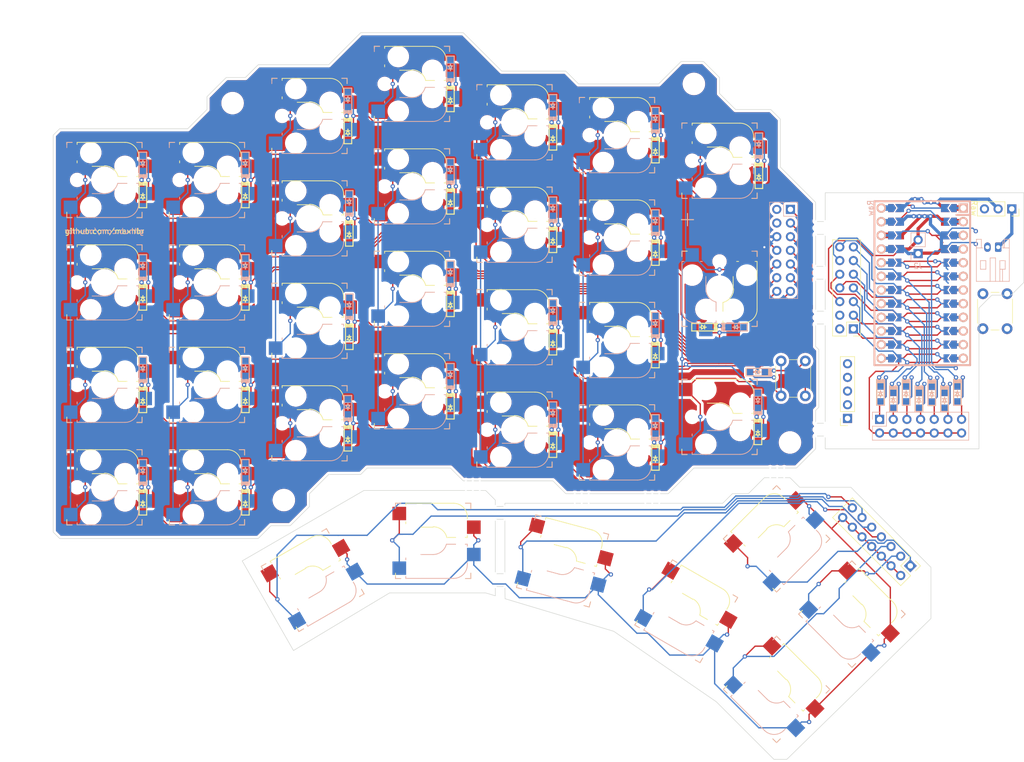
<source format=kicad_pcb>
(kicad_pcb (version 20211014) (generator pcbnew)
  (layers (0 "F.Cu" signal) (31 "B.Cu" signal) (34 "B.Paste" user) (35 "F.Paste" user) (36 "B.SilkS" user "B.Silkscreen") (37 "F.SilkS" user "F.Silkscreen") (38 "B.Mask" user) (39 "F.Mask" user) (44 "Edge.Cuts" user))
  (net 0 "")
  (net 1 "unconnected-(U1-Pad20)")
  (net 2 "RST")
  (net 3 "Bat+")
  (net 4 "row0")
  (net 5 "row1")
  (net 6 "row2")
  (net 7 "row3")
  (net 8 "row4")
  (net 9 "col0")
  (net 10 "col1")
  (net 11 "col2")
  (net 12 "col3")
  (net 13 "col4")
  (net 14 "col5")
  (net 15 "col6")
  (net 16 "GND")
  (net 17 "Net-(D0-Pad1)")
  (net 18 "Net-(D1-Pad1)")
  (net 19 "Net-(D2-Pad1)")
  (net 20 "Net-(D3-Pad1)")
  (net 21 "Net-(D4-Pad1)")
  (net 22 "Net-(D5-Pad1)")
  (net 23 "Net-(D6-Pad1)")
  (net 24 "Net-(D31-Pad1)")
  (net 25 "Net-(D10-Pad1)")
  (net 26 "Net-(D11-Pad1)")
  (net 27 "Net-(D12-Pad1)")
  (net 28 "Net-(D13-Pad1)")
  (net 29 "Net-(D14-Pad1)")
  (net 30 "Net-(D15-Pad1)")
  (net 31 "Net-(D16-Pad1)")
  (net 32 "Net-(D20-Pad1)")
  (net 33 "Net-(D21-Pad1)")
  (net 34 "Net-(D22-Pad1)")
  (net 35 "Net-(D23-Pad1)")
  (net 36 "Net-(D24-Pad1)")
  (net 37 "Net-(D25-Pad1)")
  (net 38 "Net-(D30-Pad1)")
  (net 39 "Net-(D32-Pad1)")
  (net 40 "Net-(D33-Pad1)")
  (net 41 "Net-(D34-Pad1)")
  (net 42 "Net-(D35-Pad1)")
  (net 43 "Net-(D26-Pad1)")
  (net 44 "unconnected-(U1-Pad1)")
  (net 45 "unconnected-(U1-Pad2)")
  (net 46 "unconnected-(U1-Pad7)")
  (net 47 "Net-(BT1-Pad1)")
  (net 49 "Net-(D40-Pad2)")
  (net 50 "Net-(D41-Pad2)")
  (net 51 "Net-(D42-Pad2)")
  (net 52 "Net-(D43-Pad2)")
  (net 53 "Net-(D44-Pad2)")
  (net 54 "Net-(D45-Pad2)")
  (net 55 "Net-(D46-Pad2)")
  (net 56 "VCC")
  (net 57 "SDA")
  (net 58 "SCL")
  (net 60 "Net-(SW36-Pad1)")
  (net 63 "row0b")
  (net 64 "row1b")
  (net 65 "row2b")
  (net 66 "row3b")
  (net 67 "col6b")
  (net 68 "col5b")
  (net 69 "col4b")
  (net 70 "col3b")
  (net 71 "col0b")
  (net 72 "col2b")
  (net 73 "col1b")
  (net 75 "Net-(K46-Pad1)")
  (net 76 "Net-(K42-Pad2)")
  (net 77 "Net-(K45-Pad1)")
  (net 78 "Net-(K44-Pad1)")
  (net 79 "Net-(K43-Pad1)")
  (net 80 "Net-(K42-Pad1)")
  (net 81 "Net-(K41-Pad1)")
  (net 82 "Net-(K40-Pad1)")
  (footprint "mykeeb:breakaway" (layer "F.Cu") (at 152.400025 101.203169)
    (fp_text reference "H8" hide)
    (fp_text value "Hole" hide)
  )
  (footprint "mykeeb:Kailh_socket_MX_reversible_1u" (layer "F.Cu") (at 141.684375 91.678125)
    (fp_text reference "K26" hide)
    (fp_text value "KEYSW")
  )
  (footprint "mykeeb:breakaway" (layer "F.Cu") (at 95.84529 103.584421)
    (fp_text reference "H9" hide)
    (fp_text value "Hole" hide)
  )
  (footprint "mykeeb:my_dual_D_SOD123F_v2" (layer "F.Cu") (at 91.678125 86.915625 -90)
    (fp_text reference "D33" hide)
    (fp_text value "DIODE" hide)
  )
  (footprint "mykeeb:breakaway" (layer "F.Cu") (at 100.012481 122.039124 90)
    (fp_text reference "H16" hide)
    (fp_text value "Hole" hide)
  )
  (footprint "mykeeb:Kailh_socket_MX_reversible_1u" (layer "F.Cu") (at 103.584375 55.959375)
    (fp_text reference "K14" hide)
    (fp_text value "KEYSW")
  )
  (footprint "mykeeb:Kailh_socket_MX_reversible_1u" (layer "F.Cu") (at 65.484375 54.76875)
    (fp_text reference "K12" hide)
    (fp_text value "KEYSW")
  )
  (footprint "mykeeb:my_dual_D_SOD123F_v2" (layer "F.Cu") (at 72.628125 92.86875 -90)
    (fp_text reference "D32" hide)
    (fp_text value "DIODE" hide)
  )
  (footprint "mykeeb:Kailh_socket_MX_reversible_1u" (layer "F.Cu") (at 65.484375 73.81875)
    (fp_text reference "K22" hide)
    (fp_text value "KEYSW")
  )
  (footprint "Fiducial:Fiducial_1mm_Mask2mm" (layer "F.Cu") (at 122.634375 48.815625)
    (fp_text reference "FID2" hide)
    (fp_text value "Fiducial")
  )
  (footprint "mykeeb:Kailh_socket_MX_reversible_1u" (layer "F.Cu") (at 166.287864 128.361496 -45)
    (fp_text reference "K45" hide)
    (fp_text value "KEYSW")
  )
  (footprint "mykeeb:Kailh_socket_MX_reversible_1u" (layer "F.Cu") (at 152.287864 142.361496 -45)
    (fp_text reference "K44" hide)
    (fp_text value "KEYSW")
  )
  (footprint "mykeeb:my_dual_D_SOD123F_v2" (layer "F.Cu") (at 34.528125 66.675 -90)
    (fp_text reference "D10" hide)
    (fp_text value "DIODE" hide)
  )
  (footprint "mykeeb:breakaway" (layer "F.Cu") (at 129.182818 105.965673)
    (fp_text reference "H10" hide)
    (fp_text value "Hole" hide)
  )
  (footprint "mykeeb:my_dual_D_SOD123F_v2" (layer "F.Cu") (at 72.628125 35.71875 -90)
    (fp_text reference "D2" hide)
    (fp_text value "DIODE" hide)
  )
  (footprint "Button_Switch_THT:SW_PUSH_6mm" (layer "F.Cu") (at 190.631309 75.282832 90)
    (fp_text reference "SW1" hide)
    (fp_text value "SW_Push")
  )
  (footprint "MountingHole:MountingHole_3.2mm_M3" (layer "F.Cu") (at 136.326515 113.704749)
    (fp_text reference "H5" hide)
    (fp_text value "MountingHole")
  )
  (footprint "mykeeb:breakaway" (layer "F.Cu") (at 159.543781 56.554694 90)
    (fp_text reference "H11" hide)
    (fp_text value "Hole" hide)
  )
  (footprint "Connector_PinSocket_2.54mm:PinSocket_1x03_P2.54mm_Vertical" (layer "F.Cu") (at 196.001622 53.007816 -90)
    (fp_text reference "SWbat1" hide)
    (fp_text value "SW_SPST")
  )
  (footprint "mykeeb:Kailh_socket_MX_reversible_1u" (layer "F.Cu") (at 27.384375 104.775)
    (fp_text reference "K30" hide)
    (fp_text value "KEYSW")
  )
  (footprint "mykeeb:my_dual_D_SOD123F_v2" (layer "F.Cu") (at 110.728125 55.959375 -90)
    (fp_text reference "D14" hide)
    (fp_text value "DIODE" hide)
  )
  (footprint "mykeeb:my_dual_D_SOD123F_v2" (layer "F.Cu") (at 129.778125 39.290625 -90)
    (fp_text reference "D5" hide)
    (fp_text value "DIODE" hide)
  )
  (footprint "mykeeb:my_dual_D_SOD123F_v2" (layer "F.Cu") (at 129.778125 58.340625 -90)
    (fp_text reference "D15" hide)
    (fp_text value "DIODE" hide)
  )
  (footprint "mykeeb:breakaway" (layer "F.Cu") (at 100.012481 109.537551 90)
    (fp_text reference "H15" hide)
    (fp_text value "Hole" hide)
  )
  (footprint "Fiducial:Fiducial_1mm_Mask2mm" (layer "F.Cu") (at 84.534375 39.290625)
    (fp_text reference "FID3" hide)
    (fp_text value "Fiducial")
  )
  (footprint "mykeeb:my_dual_D_SOD123F_v2b" (layer "F.Cu") (at 151.804712 83.343779 180)
    (fp_text reference "D36" hide)
    (fp_text value "DIODE" hide)
  )
  (footprint "mykeeb:my_dual_D_SOD123F_v2" (layer "F.Cu") (at 53.578125 66.675 -90)
    (fp_text reference "D11" hide)
    (fp_text value "DIODE" hide)
  )
  (footprint "mykeeb:Kailh_socket_MX_reversible_1u" (layer "F.Cu") (at 46.434375 104.775)
    (fp_text reference "K31" hide)
    (fp_text value "KEYSW")
  )
  (footprint "mykeeb:Kailh_socket_MX_reversible_1u" (layer "F.Cu") (at 66.07964 122.039124 30)
    (fp_text reference "K40" hide)
    (fp_text value "KEYSW")
  )
  (footprint "mykeeb:Kailh_socket_MX_reversible_1u" (layer "F.Cu") (at 152.287864 114.361496 45)
    (fp_text reference "K46" hide)
    (fp_text value "KEYSW")
  )
  (footprint "mykeeb:my_dual_D_SOD123F_v2" (layer "F.Cu") (at 141.684375 75.009375 180)
    (fp_text reference "D16" hide)
    (fp_text value "DIODE" hide)
  )
  (footprint "mykeeb:Kailh_socket_MX_reversible_1u" (layer "F.Cu") (at 27.384375 85.725)
    (fp_text reference "K20" hide)
    (fp_text value "KEYSW")
  )
  (footprint "mykeeb:my_dual_D_SOD123F_v2" (layer "F.Cu") (at 34.528125 104.775 -90)
    (fp_text reference "D30" hide)
    (fp_text value "DIODE" hide)
  )
  (footprint "Connector_PinHeader_2.54mm:PinHeader_2x07_P2.54mm_Vertical" (layer "F.Cu") (at 166.570063 75.322182 180)
    (fp_text reference "J1" hide)
    (fp_text value "Conn_02x07_Odd_Even")
  )
  (footprint "mykeeb:my_dual_D_SOD123F_v2" (layer "F.Cu") (at 129.778125 77.390625 -90)
    (fp_text reference "D25" hide)
    (fp_text value "DIODE" hide)
  )
  (footprint "mykeeb:my_dual_D_SOD123F_v2" (layer "F.Cu") (at 34.528125 47.625 -90)
    (fp_text reference "D0" hide)
    (fp_text value "DIODE" hide)
  )
  (footprint "Connector_PinSocket_2.54mm:PinSocket_1x05_P2.54mm_Vertical" (layer "F.Cu") (at 165.471911 91.965657 180)
    (fp_text reference "J11" hide)
    (fp_text value "Conn_01x05")
  )
  (footprint "mykeeb:breakaway" (layer "F.Cu") (at 159.443781 64.889076 90)
    (fp_text reference "H14" hide)
    (fp_text value "Hole" hide)
  )
  (footprint "Button_Switch_THT:SW_PUSH_6mm" (layer "F.Cu") (at 157.62659 81.284405 -90)
    (fp_text reference "SW36" hide)
    (fp_text value "SW_Push")
  )
  (footprint "mykeeb:my_dual_D_SOD123F_v2" (layer "F.Cu") (at 110.728125 36.909375 -90)
    (fp_text reference "D4" hide)
    (fp_text value "DIODE" hide)
  )
  (footprint "mykeeb:Kailh_socket_MX_reversible_1u" (layer "F.Cu") (at 46.434375 66.675)
    (fp_text reference "K11" hide)
    (fp_text value "KEYSW")
  )
  (footprint "mykeeb:Kailh_socket_MX_reversible_1u" (layer "F.Cu") (at 103.584375 36.909375)
    (fp_text reference "K4" hide)
    (fp_text value "KEYSW")
  )
  (footprint "mykeeb:my_dual_D_SOD123F_v2" (layer "F.Cu") (at 53.578125 104.775 -90)
    (fp_text reference "D31" hide)
    (fp_text value "DIODE" hide)
  )
  (footprint "mykeeb:Kailh_socket_MX_reversible_1u" (layer "F.Cu") (at 27.384375 66.675)
    (fp_text reference "K10" hide)
    (fp_text value "KEYSW")
  )
  (footprint "mykeeb:my_dual_D_SOD123F_v2" (layer "F.Cu") (at 91.678125 29.765625 -90)
    (fp_text reference "D3" hide)
    (fp_text value "DIODE" hide)
  )
  (footprint "mykeeb:my_dual_D_SOD123F_v2" (layer "F.Cu") (at 91.678125 48.815625 -90)
    (fp_text reference "D13" hide)
    (fp_text value "DIODE" hide)
  )
  (footprint "mykeeb:my_dual_D_SOD123F_v2b" (layer "F.Cu") (at 171.598445 84.355909 -90)
    (fp_text reference "D46" hide)
    (fp_text value "DIODE" hide)
  )
  (footprint "mykeeb:my_dual_D_SOD123F_v2" (layer "F.Cu") (at 34.528125 85.725 -90)
    (fp_text reference "D20" hide)
    (fp_text value "DIODE" hide)
  )
  (footprint "mykeeb:Kailh_socket_MX_reversible_1u" (layer "F.Cu") (at 84.534375 29.765625)
    (fp_text reference "K3" hide)
    (fp_text value "KEYSW")
  )
  (footprint "mykeeb:my_dual_D_SOD123F_v2b" (layer "F.Cu") (at 173.979697 85.546535 -90)
    (fp_text reference "D45" hide)
    (fp_text value "DIODE" hide)
  )
  (footprint "mykeeb:my_dual_D_SOD123F_v2" (layer "F.Cu") (at 91.678125 67.865625 -90)
    (fp_text reference "D23" hide)
    (fp_text value "DIODE" hide)
  )
  (footprint "mykeeb:my_dual_D_SOD123F_v2b" (layer "F.Cu") (at 178.742201 85.546535 -90)
    (fp_text reference "D43" hide)
    (fp_text value "DIODE" hide)
  )
  (footprint "MountingHole:MountingHole_3.2mm_M3" (layer "F.Cu") (at 152.400025 128.587567)
    (fp_text reference "H31" hide)
    (fp_text value "MountingHole")
  )
  (footprint "mykeeb:Kailh_socket_MX_reversible_1.5u" (layer "F.Cu") (at 141.684375 67.865625 -90)
    (fp_text reference "K16" hide)
    (fp_text value "KEYSW")
  )
  (footprint "mykeeb:Kailh_socket_MX_reversible_1u" (layer "F.Cu") (at 122.634375 96.440625)
    (fp_text reference "K35" hide)
    (fp_text value "KEYSW")
  )
  (footprint "mykeeb:breakaway" (layer "F.Cu") (at 159.543781 73.223458 90)
    (fp_text reference "H13" hide)
    (fp_text value "Hole" hide)
  )
  (footprint "mykeeb:my_dual_D_SOD123F_v2b" (layer "F.Cu") (at 176.360949 84.355909 -90)
    (fp_text reference "D44" hide)
    (fp_text value "DIODE" hide)
  )
  (footprint "MountingHole:MountingHole_3.2mm_M3" (layer "F.Cu") (at 75.60464 111.323592)
    (fp_text reference "H6" hide)
    (fp_text value "MountingHole")
  )
  (footprint "mykeeb:Kailh_socket_MX_reversible_1u" (layer "F.Cu") (at 65.484375 35.71875)
    (fp_text reference "K2" hide)
    (fp_text value "KEYSW")
  )
  (footprint "mykeeb:Kailh_socket_MX_reversible_1u" (layer "F.Cu") (at 65.484375 92.86875)
    (fp_text reference "K32" hide)
    (fp_text value "KEYSW")
  )
  (footprint "mykeeb:Kailh_socket_MX_reversible_1u" (layer "F.Cu") (at 122.634375 39.290625)
    (fp_text reference "K5" hide)
    (fp_text value "KEYSW")
  )
  (footprint "mykeeb:Kailh_socket_MX_reversible_1u" (layer "F.Cu") (at 141.684375 44.053125)
    (fp_text reference "K6" hide)
    (fp_text value "KEYSW")
  )
  (footprint "mykeeb:Kailh_socket_MX_reversible_1u" (layer "F.Cu") (at 84.534375 48.815625)
    (fp_text reference "K13" hide)
    (fp_text value "KEYSW")
  )
  (footprint "mykeeb:Kailh_socket_MX_reversible_1u" (layer "F.Cu") (at 88.46339 114.736624)
    (fp_text reference "K41" hide)
    (fp_text value "KEYSW")
  )
  (footprint "mykeeb:Kailh_socket_MX_reversible_1u" (layer "F.Cu") (at 46.434375 47.625)
    (fp_text reference "K1" hide)
    (fp_text value "KEYSW")
  )
  (footprint "mykeeb:Kailh_socket_MX_reversible_1.25u" (layer "F.Cu") (at 112.514015 118.467249 -15)
    (fp_text reference "K42" hide)
    (fp_text value "KEYSW")
  )
  (footprint "mykeeb:my_dual_D_SOD123F_v2" (layer "F.Cu") (at 53.578125 85.725 -90)
    (fp_text reference "D21" hide)
    (fp_text value "DIODE" hide)
  )
  (footprint "mykeeb:Kailh_socket_MX_reversible_1u" (layer "F.Cu") (at 122.634375 77.390625)
    (fp_text reference "K25" hide)
    (fp_text value "KEYSW")
  )
  (footprint "mykeeb:breakaway" (layer "F.Cu") (at 159.543781 94.059413 90)
    (fp_text reference "H12" hide)
    (fp_text value "Hole" hide)
  )
  (footprint "Fiducial:Fiducial_1mm_Mask2mm" (layer "F.Cu") (at 46.434375 95.25)
    (fp_text reference "FID1" hide)
    (fp_text value "Fiducial")
  )
  (footprint "mykeeb:my_dual_D_SOD123F_v2" (layer "F.Cu") (at 53.578125 47.625 -90)
    (fp_text reference "D1" hide)
    (fp_text value "DIODE" hide)
  )
  (footprint "mykeeb:Kailh_socket_MX_reversible_1u" (layer "F.Cu") (at 84.534375 86.915625)
    (fp_text reference "K33" hide)
    (fp_text value "KEYSW")
  )
  (footprint "mykeeb:my_dual_D_SOD123F_v2" (layer "F.Cu") (at 110.728125 75.009375 -90)
    (fp_text reference "D24" hide)
    (fp_text value "DIODE" hide)
  )
  (footprint "mykeeb:my_dual_D_SOD123F_v2" (layer "F.Cu") (at 148.828125 91.678125 -90)
    (fp_text reference "D26" hide)
    (fp_text value "DIODE" hide)
  )
  (footprint "mykeeb:Kailh_socket_MX_reversible_1u" (layer "F.Cu") (at 135.498981 127.833499 -30)
    (fp_text reference "K43" hide)
    (fp_text value "KEYSW")
  )
  (footprint "mykeeb:my_dual_D_SOD123F_v2b" (layer "F.Cu") (at 181.123453 84.405657 -90)
    (fp_text reference "D42" hide)
    (fp_text value "DIODE" hide)
  )
  (footprint "mykeeb:my_dual_D_SOD123F_v2" (layer "F.Cu") (at 129.778125 96.440625 -90)
    (fp_text reference "D35" hide)
    (fp_text value "DIODE" hide)
  )
  (footprint "mykeeb:Kailh_socket_MX_reversible_1u" (layer "F.Cu") (at 46.434375 85.725)
    (fp_text reference "K21" hide)
    (fp_text value "KEYSW")
  )
  (footprint "mykeeb:my_dual_D_SOD123F_v2" (layer "F.Cu") (at 72.882125 54.76875 -90)
    (fp_text reference "D12" hide)
    (fp_text value "DIODE" hide)
  )
  (footprint "MountingHole:MountingHole_3.2mm_M3" (layer "F.Cu") (at 51.196875 33.3375)
    (fp_text reference "H1" hide)
    (fp_text value "MountingHole")
  )
  (footprint "MountingHole:MountingHole_3.2mm_M3" (layer "F.Cu") (at 154.781277 96.440665)
    (fp_text reference "H4" hide)
    (fp_text value "MountingHole")
  )
  (footprint "mykeeb:Kailh_socket_MX_reversible_1u" (layer "F.Cu") (at 27.384375 47.625)
    (fp_text reference "K0" hide)
    (fp_text value "KEYSW")
  )
  (footprint "mykeeb:Kailh_socket_MX_reversible_1u" (layer "F.Cu") (at 103.584375 94.059375)
    (fp_text reference "K34" hide)
    (fp_text value "KEYSW")
  )
  (footprint "mykeeb:breakaway" (layer "F.Cu") (at 116.085932 105.965673)
    (fp_text reference "H7" hide)
    (fp_text value "Hole" hide)
  )
  (footprint "mykeeb:my_dual_D_SOD123F_v2b" (layer "F.Cu") (at 183.504705 85.546535 -90)
    (fp_text reference "D41" hide)
    (fp_text value "DIODE" hide)
  )
  (footprint "mykeeb:my_dual_D_SOD123F_v2" (layer "F.Cu") (at 110.728125 94.059375 -90)
    (fp_text reference "D34" hide)
    (fp_text value "DIODE" hide)
  )
  (footprint "MountingHole:MountingHole_3.2mm_M3" (layer "F.Cu") (at 136.921875 29.765625)
    (fp_text reference "H3" hide)
    (fp_text value "MountingHole")
  )
  (footprint "mykeeb:my_dual_D_SOD123F_v2" (layer "F.Cu") (at 72.882125 73.993375 -90)
    (fp_text reference "D22" hide)
    (fp_text value "DIODE" hide)
  )
  (footprint "mykeeb:Kailh_socket_MX_reversible_1u" (layer "F.Cu") (at 103.584375 75.009375)
    (fp_text reference "K24" hide)
    (fp_text value "KEYSW")
  )
  (footprint "Connector_PinHeader_2.54mm:PinHeader_2x07_P2.54mm_Vertical" (layer "F.Cu") (at 177.147979 119.385496 -135)
    (fp_text reference "J4" hide)
    (fp_text value "Conn_02x07_Odd_Even")
  )
  (footprint "mykeeb:my_dual_D_SOD123F_v2b" (layer "F.Cu") (at 185.885957 84.355909 -90)
    (fp_text reference "D40" hide)
    (fp_text value "DIODE" hide)
  )
  (footprint "mykeeb:Kailh_socket_MX_reversible_1u" (layer "F.Cu") (at 84.534375 67.865625)
    (fp_text reference "K23" hide)
    (fp_text value "KEYSW")
  )
  (footprint "MountingHole:MountingHole_3.2mm_M3" (layer "F.Cu") (at 60.721875 107.15625)
    (fp_text reference "H2" hide)
    (fp_text value "MountingHole")
  )
  (footprint "mykeeb:my_dual_D_SOD123F_v2" (layer "F.Cu") (at 149.00275 44.053125 -90)
    (fp_text reference "D6" hide)
    (fp_text value "DIODE" hide)
  )
  (footprint "mykeeb:Kailh_socket_MX_reversible_1u" (layer "F.Cu") (at 122.634375 58.340625)
    (fp_text reference "K15" hide)
    (fp_text value "KEYSW")
  )
  (footprint "Connector_JST:JST_PH_S2B-PH-K_1x02_P2.00mm_Horizontal" (layer "B.Cu") (at 193.476622 60.126572 180)
    (fp_text reference "BT1" hide)
    (fp_text value "Battery_Cell")
  )
  (footprint "Connector_PinHeader_2.54mm:PinHeader_2x07_P2.54mm_Vertical" (layer "B.Cu") (at 171.430201 92.144726 -90)
    (fp_text reference "J3" hide)
    (fp_text value "Conn_02x07_Odd_Even")
  )
  (footprint "Connector_PinHeader_2.54mm:PinHeader_2x07_P2.54mm_Vertical" (layer "B.Cu") (at 154.865651 53.096885 180)
    (fp_text reference "J7" hide)
    (fp_text value "Conn_02x07_Odd_Even")
  )
  (footprint "mykeeb:my_reversible_Pro_Micro" (layer "B.Cu") (at 179.36414 66.824068 -90)
    (fp_text reference "U1" hide)
    (fp_text value "ProMicro" hide)
  )
  (footprint "Connector_PinHeader_2.54mm:PinHeader_1x02_P2.54mm_Vertical" (layer "B.Cu") (at 178.593797 61.317198)
    (fp_text reference "J2")
    (fp_text value "Conn_01x02")
  )
  (gr_poly (pts (xy 161.32972 74.414084) (xy 161.32972 92.868787) (xy 159.543781 92.868787) (xy 159.543781 90.487535) (xy 160.139094 89.892222) (xy 160.139094 79.176588) (xy 159.543781 78.581275) (xy 159.543781 74.414084)) (layer "Edge.Cuts") (width 0.1) (fill none))
  (gr_poly (pts (xy 161.32972 63.69845) (xy 159.543781 63.69845) (xy 159.543781 57.74532) (xy 161.32972 57.74532)) (layer "Edge.Cuts") (width 0.1) (fill none))
  (gr_poly (pts (xy 156.567216 104.775047) (xy 166.092224 104.775047) (xy 180.975049 119.657872) (xy 180.975049 129.18288) (xy 154.185964 155.376652) (xy 151.804712 155.376652) (xy 141.089078 144.661018) (xy 122.039062 131.564132) (xy 101.83119 125.50177) (xy 101.79842 123.22975) (xy 100.012481 123.22975) (xy 100.028866 124.961073) (xy 98.226542 124.420376) (xy 80.367152 124.420376) (xy 62.507762 135.13601) (xy 52.982754 118.467246) (xy 75.604648 105.37036) (xy 98.226542 105.37036) (xy 100.012481 107.156299) (xy 100.012481 108.346925) (xy 101.79842 108.330159) (xy 101.79842 107.751612) (xy 142.279704 107.751612) (xy 144.065643 105.965673) (xy 147.042208 105.965673) (xy 150.018773 102.989108) (xy 154.781277 102.989108)) (layer "Edge.Cuts") (width 0.1) (fill none))
  (gr_poly (pts (xy 161.32972 72.032832) (xy 159.543781 72.032832) (xy 159.543781 66.079702) (xy 161.32972 66.079702)) (layer "Edge.Cuts") (width 0.1) (fill none))
  (gr_poly (pts (xy 101.79842 120.848498) (xy 100.012481 120.848498) (xy 100.012481 110.728177) (xy 101.79842 110.728177)) (layer "Edge.Cuts") (width 0.1) (fill none))
  (gr_poly (pts (xy 101.203107 27.384357) (xy 113.109367 27.384357) (xy 115.490619 29.765609) (xy 130.373444 29.765609) (xy 134.540635 25.598418) (xy 138.707826 25.598418) (xy 141.684391 28.574983) (xy 141.684391 31.551548) (xy 144.660956 34.528113) (xy 151.209399 34.528113) (xy 152.995338 36.314052) (xy 152.995338 45.243747) (xy 159.543781 51.79219) (xy 159.543781 55.364068) (xy 161.32972 55.364068) (xy 161.32972 50.006251) (xy 198.239126 50.006251) (xy 198.239126 66.675015) (xy 195.857874 69.056267) (xy 192.285996 69.056267) (xy 189.904744 71.437519) (xy 189.904744 97.631291) (xy 161.32972 97.631291) (xy 161.32972 95.250039) (xy 159.543781 95.250039) (xy 159.543781 97.631291) (xy 155.971903 101.203169) (xy 150.018773 101.203169) (xy 136.921887 101.203169) (xy 132.159383 105.965673) (xy 113.109367 105.965673) (xy 110.728115 103.584421) (xy 94.059351 103.584421) (xy 91.678099 101.203169) (xy 76.199961 101.203169) (xy 75.009335 102.393795) (xy 69.056205 102.393795) (xy 65.484327 105.965673) (xy 65.484327 108.346925) (xy 61.912449 111.918803) (xy 58.340571 111.918803) (xy 55.959319 114.300055) (xy 19.049913 114.300055) (xy 17.859287 113.109429) (xy 17.859287 39.290617) (xy 19.049913 38.099991) (xy 42.862433 38.099991) (xy 46.434311 34.528113) (xy 46.434311 32.146861) (xy 50.006189 28.574983) (xy 53.578067 28.574983) (xy 55.959319 26.193731) (xy 69.056205 26.193731) (xy 75.009335 20.240601) (xy 94.059351 20.240601)) (layer "Edge.Cuts") (width 0.1) (fill none))
  (gr_text "github.com/maxhbr" (at 27.384398 57.150048) (layer "B.SilkS") (effects (font (size 1 1)) (justify mirror)))
  (gr_text "+" (at 135.731364 54.768796) (layer "B.SilkS") (effects (font (size 3 3)) (justify mirror)))
  (gr_text "github.com/maxhbr" (at 27.384398 57.150048) (layer "F.SilkS") (effects (font (size 1 1))))
  (gr_text "+" (at 135.731364 54.768796) (layer "F.SilkS") (effects (font (size 3 3))))
  (segment (start 182.92014 63.014068) (end 182.15814 63.776068) (width 0.25) (layer "F.Cu") (net 1))
  (segment (start 183.83414 63.014068) (end 182.92014 63.014068) (width 0.25) (layer "F.Cu") (net 1))
  (segment (start 182.15814 63.776068) (end 176.57014 63.776068) (width 0.25) (layer "F.Cu") (net 1))
  (via (at 176.57014 63.776068) (size 0.8) (drill 0.4) (layers "F.Cu" "B.Cu") (net 1))
  (segment (start 174.97214 63.014068) (end 175.80814 63.014068) (width 0.25) (layer "B.Cu") (net 1))
  (segment (start 175.80814 63.014068) (end 176.57014 63.776068) (width 0.25) (layer "B.Cu") (net 1))
  (segment (start 181.846015 57.934068) (end 181.163797 57.934068) (width 0.25) (layer "F.Cu") (net 2))
  (segment (start 181.846015 57.934068) (end 183.185204 59.273257) (width 0.25) (layer "F.Cu") (net 2))
  (segment (start 181.163797 57.934068) (end 180.379736 57.150007) (width 0.25) (layer "F.Cu") (net 2))
  (segment (start 183.83414 57.934068) (end 181.846015 57.934068) (width 0.25) (layer "F.Cu") (net 2))
  (via (at 180.379736 57.150007) (size 0.8) (drill 0.4) (layers "F.Cu" "B.Cu") (net 2))
  (segment (start 175.756201 57.150007) (end 174.97214 57.934068) (width 0.25) (layer "B.Cu") (net 2))
  (segment (start 180.379736 57.150007) (end 175.756201 57.150007) (width 0.25) (layer "B.Cu") (net 2))
  (segment (start 183.227553 52.854068) (end 182.165675 51.79219) (width 0.6) (layer "F.Cu") (net 3))
  (segment (start 183.83414 52.854068) (end 183.227553 52.854068) (width 0.25) (layer "F.Cu") (net 3))
  (via (at 177.998484 51.196877) (size 0.8) (drill 0.4) (layers "F.Cu" "B.Cu") (net 3))
  (via (at 180.975049 51.79219) (size 0.8) (drill 0.4) (layers "F.Cu" "B.Cu") (net 3))
  (via (at 182.165675 51.79219) (size 0.8) (drill 0.4) (layers "F.Cu" "B.Cu") (net 3))
  (via (at 179.18911 51.196877) (size 0.8) (drill 0.4) (layers "F.Cu" "B.Cu") (net 3))
  (via (at 179.784423 51.79219) (size 0.8) (drill 0.4) (layers "F.Cu" "B.Cu") (net 3))
  (segment (start 179.784423 51.79219) (end 180.975049 51.79219) (width 0.6) (layer "B.Cu") (net 3))
  (segment (start 182.165675 51.79219) (end 182.760988 51.196877) (width 0.6) (layer "B.Cu") (net 3))
  (segment (start 179.18911 51.196877) (end 177.998484 51.196877) (width 0.6) (layer "B.Cu") (net 3))
  (segment (start 174.97214 52.854068) (end 175.74598 52.854068) (width 0.25) (layer "B.Cu") (net 3))
  (segment (start 175.74598 52.854068) (end 177.403171 51.196877) (width 0.6) (layer "B.Cu") (net 3))
  (segment (start 180.975049 51.79219) (end 182.165675 51.79219) (width 0.6) (layer "B.Cu") (net 3))
  (segment (start 191.690683 51.236877) (end 193.461622 53.007816) (width 0.6) (layer "B.Cu") (net 3))
  (segment (start 191.690683 51.196877) (end 191.690683 51.236877) (width 0.6) (layer "B.Cu") (net 3))
  (segment (start 182.760988 51.196877) (end 191.690683 51.196877) (width 0.6) (layer "B.Cu") (net 3))
  (segment (start 179.784423 51.79219) (end 179.18911 51.196877) (width 0.6) (layer "B.Cu") (net 3))
  (segment (start 177.403171 51.196877) (end 177.998484 51.196877) (width 0.6) (layer "B.Cu") (net 3))
  (segment (start 165.204574 66.527671) (end 164.030063 67.702182) (width 0.25) (layer "F.Cu") (net 4))
  (segment (start 167.186491 66.527671) (end 165.204574 66.527671) (width 0.25) (layer "F.Cu") (net 4))
  (segment (start 174.97414 70.634068) (end 174.97414 70.375128) (width 0.25) (layer "F.Cu") (net 4))
  (segment (start 175.80814 70.634068) (end 174.97414 70.634068) (width 0.25) (layer "F.Cu") (net 4))
  (segment (start 182.15814 69.872068) (end 176.57014 69.872068) (width 0.25) (layer "F.Cu") (net 4))
  (segment (start 174.97414 70.375128) (end 174.032269 69.433257) (width 0.25) (layer "F.Cu") (net 4))
  (segment (start 174.032269 69.433257) (end 170.092077 69.433257) (width 0.25) (layer "F.Cu") (net 4))
  (segment (start 170.092077 69.433257) (end 167.186491 66.527671) (width 0.25) (layer "F.Cu") (net 4))
  (segment (start 176.57014 69.872068) (end 175.80814 70.634068) (width 0.25) (layer "F.Cu") (net 4))
  (via (at 182.15814 69.872068) (size 0.8) (drill 0.4) (layers "F.Cu" "B.Cu") (net 4))
  (segment (start 183.83214 70.634068) (end 182.92014 70.634068) (width 0.25) (layer "B.Cu") (net 4))
  (segment (start 182.92014 70.634068) (end 182.15814 69.872068) (width 0.25) (layer "B.Cu") (net 4))
  (segment (start 176.57014 72.412068) (end 175.80814 73.174068) (width 0.25) (layer "F.Cu") (net 5))
  (segment (start 175.80814 73.174068) (end 174.97414 73.174068) (width 0.25) (layer "F.Cu") (net 5))
  (segment (start 166.876699 68.887808) (end 163.554679 68.887808) (width 0.25) (layer "F.Cu") (net 5))
  (segment (start 182.15814 72.412068) (end 176.57014 72.412068) (width 0.25) (layer "F.Cu") (net 5))
  (segment (start 169.853264 71.864373) (end 166.876699 68.887808) (width 0.25) (layer "F.Cu") (net 5))
  (segment (start 163.554679 68.887808) (end 162.402872 67.736001) (width 0.25) (layer "F.Cu") (net 5))
  (segment (start 162.402872 67.736001) (end 162.402872 66.789373) (width 0.25) (layer "F.Cu") (net 5))
  (segment (start 174.97414 72.915128) (end 173.923385 71.864373) (width 0.25) (layer "F.Cu") (net 5))
  (segment (start 173.923385 71.864373) (end 169.853264 71.864373) (width 0.25) (layer "F.Cu") (net 5))
  (segment (start 174.97414 73.174068) (end 174.97414 72.915128) (width 0.25) (layer "F.Cu") (net 5))
  (segment (start 162.402872 66.789373) (end 164.030063 65.162182) (width 0.25) (layer "F.Cu") (net 5))
  (via (at 182.15814 72.412068) (size 0.8) (drill 0.4) (layers "F.Cu" "B.Cu") (net 5))
  (segment (start 183.83214 73.174068) (end 182.92014 73.174068) (width 0.25) (layer "B.Cu") (net 5))
  (segment (start 182.92014 73.174068) (end 182.15814 72.412068) (width 0.25) (layer "B.Cu") (net 5))
  (segment (start 175.80814 75.714068) (end 174.97414 75.714068) (width 0.25) (layer "F.Cu") (net 6))
  (segment (start 182.15814 74.952068) (end 176.57014 74.952068) (width 0.25) (layer "F.Cu") (net 6))
  (segment (start 168.16276 74.374879) (end 166.570063 72.782182) (width 0.25) (layer "F.Cu") (net 6))
  (segment (start 174.97414 75.455128) (end 173.893891 74.374879) (width 0.25) (layer "F.Cu") (net 6))
  (segment (start 176.57014 74.952068) (end 175.80814 75.714068) (width 0.25) (layer "F.Cu") (net 6))
  (segment (start 173.893891 74.374879) (end 168.16276 74.374879) (width 0.25) (layer "F.Cu") (net 6))
  (segment (start 174.97414 75.714068) (end 174.97414 75.455128) (width 0.25) (layer "F.Cu") (net 6))
  (via (at 182.15814 74.952068) (size 0.8) (drill 0.4) (layers "F.Cu" "B.Cu") (net 6))
  (segment (start 182.92014 75.714068) (end 182.15814 74.952068) (width 0.25) (layer "B.Cu") (net 6))
  (segment (start 183.83214 75.714068) (end 182.92014 75.714068) (width 0.25) (layer "B.Cu") (net 6))
  (segment (start 176.57014 77.492068) (end 175.80814 78.254068) (width 0.25) (layer "F.Cu") (net 7))
  (segment (start 182.15814 77.492068) (end 176.57014 77.492068) (width 0.25) (layer "F.Cu") (net 7))
  (segment (start 168.301138 77.053257) (end 166.570063 75.322182) (width 0.25) (layer "F.Cu") (net 7))
  (segment (start 174.97414 77.995128) (end 174.032269 77.053257) (width 0.25) (layer "F.Cu") (net 7))
  (segment (start 174.032269 77.053257) (end 168.301138 77.053257) (width 0.25) (layer "F.Cu") (net 7))
  (segment (start 174.97414 78.254068) (end 174.97414 77.995128) (width 0.25) (layer "F.Cu") (net 7))
  (segment (start 175.80814 78.254068) (end 174.97414 78.254068) (width 0.25) (layer "F.Cu") (net 7))
  (via (at 182.15814 77.492068) (size 0.8) (drill 0.4) (layers "F.Cu" "B.Cu") (net 7))
  (segment (start 183.83214 78.254068) (end 182.92014 78.254068) (width 0.25) (layer "B.Cu") (net 7))
  (segment (start 182.92014 78.254068) (end 182.15814 77.492068) (width 0.25) (layer "B.Cu") (net 7))
  (segment (start 170.279254 94.684726) (end 169.525193 93.930665) (width 0.25) (layer "F.Cu") (net 8))
  (segment (start 173.692384 83.215031) (end 174.97414 81.933275) (width 0.25) (layer "F.Cu") (net 8))
  (segment (start 179.050201 94.684726) (end 176.510201 94.684726) (width 0.25) (layer "F.Cu") (net 8))
  (segment (start 182.15814 80.032068) (end 176.57014 80.032068) (width 0.25) (layer "F.Cu") (net 8))
  (segment (start 169.525193 84.405657) (end 170.715819 83.215031) (width 0.25) (layer "F.Cu") (net 8))
  (segment (start 184.130201 94.684726) (end 181.590201 94.684726) (width 0.25) (layer "F.Cu") (net 8))
  (segment (start 173.970201 94.684726) (end 171.430201 94.684726) (width 0.25) (layer "F.Cu") (net 8))
  (segment (start 176.57014 80.032068) (end 175.80814 80.794068) (width 0.25) (layer "F.Cu") (net 8))
  (segment (start 176.510201 94.684726) (end 173.970201 94.684726) (width 0.25) (layer "F.Cu") (net 8))
  (segment (start 186.670201 94.684726) (end 184.130201 94.684726) (width 0.25) (layer "F.Cu") (net 8))
  (segment (start 181.590201 94.684726) (end 179.050201 94.684726) (width 0.25) (layer "F.Cu") (net 8))
  (segment (start 174.97414 81.933275) (end 174.97414 80.794068) (width 0.25) (layer "F.Cu") (net 8))
  (segment (start 175.80814 80.794068) (end 174.97414 80.794068) (width 0.25) (layer "F.Cu") (net 8))
  (segment (start 170.715819 83.215031) (end 173.692384 83.215031) (width 0.25) (layer "F.Cu") (net 8))
  (segment (start 169.525193 93.930665) (end 169.525193 84.405657) (width 0.25) (layer "F.Cu") (net 8))
  (segment (start 171.430201 94.684726) (end 170.279254 94.684726) (width 0.25) (layer "F.Cu") (net 8))
  (via (at 182.15814 80.032068) (size 0.8) (drill 0.4) (layers "F.Cu" "B.Cu") (net 8))
  (segment (start 183.83214 80.794068) (end 182.92014 80.794068) (width 0.25) (layer "B.Cu") (net 8))
  (segment (start 182.92014 80.794068) (end 182.15814 80.032068) (width 0.25) (layer "B.Cu") (net 8))
  (segment (start 182.92014 65.554068) (end 182.15814 66.316068) (width 0.25) (layer "F.Cu") (net 9))
  (segment (start 182.15814 66.316068) (end 176.57014 66.316068) (width 0.25) (layer "F.Cu") (net 9))
  (segment (start 183.83414 65.554068) (end 182.92014 65.554068) (width 0.25) (layer "F.Cu") (net 9))
  (via (at 176.57014 66.316068) (size 0.8) (drill 0.4) (layers "F.Cu" "B.Cu") (net 9))
  (segment (start 170.445668 63.529991) (end 170.445668 61.66106) (width 0.25) (layer "B.Cu") (net 9))
  (segment (start 180.6387 81.759474) (end 180.6387 70.384628) (width 0.25) (layer "B.Cu") (net 9))
  (segment (start 184.160596 82.884548) (end 185.631957 84.355909) (width 0.25) (layer "B.Cu") (net 9))
  (segment (start 162.855552 61.447671) (end 164.030063 62.622182) (width 0.25) (layer "B.Cu") (net 9))
  (segment (start 170.445668 61.66106) (end 167.242759 58.458151) (width 0.25) (layer "B.Cu") (net 9))
  (segment (start 174.97214 65.554068) (end 174.97214 65.295128) (width 0.25) (layer "B.Cu") (net 9))
  (segment (start 162.855552 59.505433) (end 162.855552 61.447671) (width 0.25) (layer "B.Cu") (net 9))
  (segment (start 173.891891 64.214879) (end 171.130556 64.214879) (width 0.25) (layer "B.Cu") (net 9))
  (segment (start 174.97214 65.295128) (end 173.891891 64.214879) (width 0.25) (layer "B.Cu") (net 9))
  (segment (start 163.902834 58.458151) (end 162.855552 59.505433) (width 0.25) (layer "B.Cu") (net 9))
  (segment (start 171.130556 64.214879) (end 170.445668 63.529991) (width 0.25) (layer "B.Cu") (net 9))
  (segment (start 174.97214 65.554068) (end 175.80814 65.554068) (width 0.25) (layer "B.Cu") (net 9))
  (segment (start 175.80814 65.554068) (end 176.57014 66.316068) (width 0.25) (layer "B.Cu") (net 9))
  (segment (start 167.242759 58.458151) (end 163.902834 58.458151) (width 0.25) (layer "B.Cu") (net 9))
  (segment (start 181.763774 82.884548) (end 180.6387 81.759474) (width 0.25) (layer "B.Cu") (net 9))
  (segment (start 181.763774 82.884548) (end 184.160596 82.884548) (width 0.25) (layer "B.Cu") (net 9))
  (segment (start 180.6387 70.384628) (end 176.57014 66.316068) (width 0.25) (layer "B.Cu") (net 9))
  (segment (start 182.15814 68.856068) (end 176.57014 68.856068) (width 0.25) (layer "F.Cu") (net 10))
  (segment (start 182.92014 68.094068) (end 182.15814 68.856068) (width 0.25) (layer "F.Cu") (net 10))
  (segment (start 183.83414 68.094068) (end 182.92014 68.094068) (width 0.25) (layer "F.Cu") (net 10))
  (via (at 176.57014 68.856068) (size 0.8) (drill 0.4) (layers "F.Cu" "B.Cu") (net 10))
  (segment (start 169.996148 61.847257) (end 167.056562 58.907671) (width 0.25) (layer "B.Cu") (net 10))
  (segment (start 175.80814 68.094068) (end 176.57014 68.856068) (width 0.25) (layer "B.Cu") (net 10))
  (segment (start 176.57014 68.856068) (end 180.18918 72.475108) (width 0.25) (layer "B.Cu") (net 10))
  (segment (start 174.97214 68.094068) (end 175.80814 68.094068) (width 0.25) (layer "B.Cu") (net 10))
  (segment (start 181.577577 83.334068) (end 182.092478 83.334068) (width 0.25) (layer "B.Cu") (net 10))
  (segment (start 170.832369 66.893257) (end 169.996148 66.057036) (width 0.25) (layer "B.Cu") (net 10))
  (segment (start 165.204574 58.907671) (end 164.030063 60.082182) (width 0.25) (layer "B.Cu") (net 10))
  (segment (start 183.250705 84.492295) (end 183.250705 85.546535) (width 0.25) (layer "B.Cu") (net 10))
  (segment (start 169.996148 66.057036) (end 169.996148 61.847257) (width 0.25) (layer "B.Cu") (net 10))
  (segment (start 167.056562 58.907671) (end 165.204574 58.907671) (width 0.25) (layer "B.Cu") (net 10))
  (segment (start 174.97214 68.094068) (end 174.97214 67.835128) (width 0.25) (layer "B.Cu") (net 10))
  (segment (start 180.18918 81.945672) (end 181.577577 83.334068) (width 0.25) (layer "B.Cu") (net 10))
  (segment (start 180.18918 72.475108) (end 180.18918 81.945672) (width 0.25) (layer "B.Cu") (net 10))
  (segment (start 174.030269 66.893257) (end 170.832369 66.893257) (width 0.25) (layer "B.Cu") (net 10))
  (segment (start 174.97214 67.835128) (end 174.030269 66.893257) (width 0.25) (layer "B.Cu") (net 10))
  (segment (start 182.092478 83.334068) (end 183.250705 84.492295) (width 0.25) (layer "B.Cu") (net 10))
  (segment (start 182.92014 70.634068) (end 182.15814 71.396068) (width 0.25) (layer "F.Cu") (net 11))
  (segment (start 182.15814 71.396068) (end 176.57014 71.396068) (width 0.25) (layer "F.Cu") (net 11))
  (segment (start 183.83414 70.634068) (end 182.92014 70.634068) (width 0.25) (layer "F.Cu") (net 11))
  (via (at 176.57014 71.396068) (size 0.8) (drill 0.4) (layers "F.Cu" "B.Cu") (net 11))
  (segment (start 169.546628 63.058747) (end 166.570063 60.082182) (width 0.25) (layer "B.Cu") (net 11))
  (segment (start 169.546628 67.842975) (end 169.546628 63.058747) (width 0.25) (layer "B.Cu") (net 11))
  (segment (start 170.998532 69.294879) (end 169.546628 67.842975) (width 0.25) (layer "B.Cu") (net 11))
  (segment (start 175.80814 70.634068) (end 176.57014 71.396068) (width 0.25) (layer "B.Cu") (net 11))
  (segment (start 176.57014 71.396068) (end 179.73966 74.565588) (width 0.25) (layer "B.Cu") (net 11))
  (segment (start 174.97214 70.634068) (end 175.80814 70.634068) (width 0.25) (layer "B.Cu") (net 11))
  (segment (start 174.97214 70.375128) (end 173.891891 69.294879) (width 0.25) (layer "B.Cu") (net 11))
  (segment (start 179.73966 74.565588) (end 179.73966 83.275864) (width 0.25) (layer "B.Cu") (net 11))
  (segment (start 174.97214 70.634068) (end 174.97214 70.375128) (width 0.25) (layer "B.Cu") (net 11))
  (segment (start 179.73966 83.275864) (end 180.869453 84.405657) (width 0.25) (layer "B.Cu") (net 11))
  (segment (start 173.891891 69.294879) (end 170.998532 69.294879) (width 0.25) (layer "B.Cu") (net 11))
  (segment (start 183.83414 73.174068) (end 182.92014 73.174068) (width 0.25) (layer "F.Cu") (net 12))
  (segment (start 182.92014 73.174068) (end 182.15814 73.936068) (width 0.25) (layer "F.Cu") (net 12))
  (segment (start 182.15814 73.936068) (end 176.57014 73.936068) (width 0.25) (layer "F.Cu") (net 12))
  (via (at 176.57014 73.936068) (size 0.8) (drill 0.4) (layers "F.Cu" "B.Cu") (net 12))
  (segment (start 171.246747 71.834879) (end 169.097108 69.68524) (width 0.25) (layer "B.Cu") (net 12))
  (segment (start 174.97214 73.174068) (end 174.97214 72.915128) (width 0.25) (layer "B.Cu") (net 12))
  (segment (start 173.891891 71.834879) (end 171.246747 71.834879) (width 0.25) (layer "B.Cu") (net 12))
  (segment (start 179.29014 84.744596) (end 178.488201 85.546535) (width 0.25) (layer "B.Cu") (net 12))
  (segment (start 174.97214 73.174068) (end 175.80814 73.174068) (width 0.25) (layer "B.Cu") (net 12))
  (segment (start 169.097108 69.68524) (end 169.097108 65.149227) (width 0.25) (layer "B.Cu") (net 12))
  (segment (start 175.80814 73.174068) (end 176.57014 73.936068) (width 0.25) (layer "B.Cu") (net 12))
  (segment (start 176.57014 73.936068) (end 179.29014 76.656068) (width 0.25) (layer "B.Cu") (net 12))
  (segment (start 174.97214 72.915128) (end 173.891891 71.834879) (width 0.25) (layer "B.Cu") (net 12))
  (segment (start 169.097108 65.149227) (end 166.570063 62.622182) (width 0.25) (layer "B.Cu") (net 12))
  (segment (start 179.29014 76.656068) (end 179.29014 84.744596) (width 0.25) (layer "B.Cu") (net 12))
  (segment (start 183.83414 75.714068) (end 182.92014 75.714068) (width 0.25) (layer "F.Cu") (net 13))
  (segment (start 182.92014 75.714068) (end 182.15814 76.476068) (width 0.25) (layer "F.Cu") (net 13))
  (segment (start 182.15814 76.476068) (end 176.57014 76.476068) (width 0.25) (layer "F.Cu") (net 13))
  (via (at 176.57014 76.476068) (size 0.8) (drill 0.4) (layers "F.Cu" "B.Cu") (net 13))
  (segment (start 178.84062 81.679078) (end 176.163789 84.355909) (width 0.25) (layer "B.Cu") (net 13))
  (segment (start 168.647588 71.77572) (end 168.647588 67.239707) (width 0.25) (layer "B.Cu") (net 13))
  (segment (start 174.97214 75.714068) (end 174.97214 75.455128) (width 0.25) (layer "B.Cu") (net 13))
  (segment (start 174.97214 75.455128) (end 173.891891 74.374879) (width 0.25) (layer "B.Cu") (net 13))
  (segment (start 176.163789 84.355909) (end 176.106949 84.355909) (width 0.25) (layer "B.Cu") (net 13))
  (segment (start 168.647588 67.239707) (end 166.570063 65.162182) (width 0.25) (layer "B.Cu") (net 13))
  (segment (start 175.80814 75.714068) (end 176.57014 76.476068) (width 0.25) (layer "B.Cu") (net 13))
  (segment (start 176.57014 76.476068) (end 178.84062 78.746548) (width 0.25) (layer "B.Cu") (net 13))
  (segment (start 171.246747 74.374879) (end 168.647588 71.77572) (width 0.25) (layer "B.Cu") (net 13))
  (segment (start 178.84062 78.746548) (end 178.84062 81.679078) (width 0.25) (layer "B.Cu") (net 13))
  (segment (start 173.891891 74.374879) (end 171.246747 74.374879) (width 0.25) (layer "B.Cu") (net 13))
  (segment (start 174.97214 75.714068) (end 175.80814 75.714068) (width 0.25) (layer "B.Cu") (net 13))
  (segment (start 182.92014 78.254068) (end 182.15814 79.016068) (width 0.25) (layer "F.Cu") (net 14))
  (segment (start 182.15814 79.016068) (end 176.57014 79.016068) (width 0.25) (layer "F.Cu") (net 14))
  (segment (start 183.83414 78.254068) (end 182.92014 78.254068) (width 0.25) (layer "F.Cu") (net 14))
  (via (at 176.57014 79.016068) (size 0.8) (drill 0.4) (layers "F.Cu" "B.Cu") (net 14))
  (segment (start 174.97214 78.254068) (end 175.80814 78.254068) (width 0.25) (layer "B.Cu") (net 14))
  (segment (start 178.3911 81.49288) (end 177.118469 82.765511) (width 0.25) (layer "B.Cu") (net 14))
  (segment (start 175.80814 78.254068) (end 176.57014 79.016068) (width 0.25) (layer "B.Cu") (net 14))
  (segment (start 174.97214 78.254068) (end 174.97214 77.995128) (width 0.25) (layer "B.Cu") (net 14))
  (segment (start 168.198068 69.330187) (end 166.570063 67.702182) (width 0.25) (layer "B.Cu") (net 14))
  (segment (start 174.97214 77.995128) (end 173.891891 76.914879) (width 0.25) (layer "B.Cu") (net 14))
  (segment (start 177.118469 82.765511) (end 176.506721 82.765511) (width 0.25) (layer "B.Cu") (net 14))
  (segment (start 176.506721 82.765511) (end 173.725697 85.546535) (width 0.25) (layer "B.Cu") (net 14))
  (segment (start 178.3911 80.837028) (end 178.3911 81.49288) (width 0.25) (layer "B.Cu") (net 14))
  (segment (start 173.891891 76.914879) (end 171.025256 76.914879) (width 0.25) (layer "B.Cu") (net 14))
  (segment (start 168.198068 74.087691) (end 168.198068 69.330187) (width 0.25) (layer "B.Cu") (net 14))
  (segment (start 171.025256 76.914879) (end 168.198068 74.087691) (width 0.25) (layer "B.Cu") (net 14))
  (segment (start 176.57014 79.016068) (end 178.3911 80.837028) (width 0.25) (layer "B.Cu") (net 14))
  (segment (start 182.92014 80.794068) (end 182.15814 81.556068) (width 0.25) (layer "F.Cu") (net 15))
  (segment (start 183.83414 80.794068) (end 182.92014 80.794068) (width 0.25) (layer "F.Cu") (net 15))
  (segment (start 182.15814 81.556068) (end 176.57014 81.556068) (width 0.25) (layer "F.Cu") (net 15))
  (via (at 176.57014 81.556068) (size 0.8) (drill 0.4) (layers "F.Cu" "B.Cu") (net 15))
  (segment (start 175.80814 80.794068) (end 176.57014 81.556068) (width 0.25) (layer "B.Cu") (net 15))
  (segment (start 167.744574 71.416693) (end 166.570063 70.242182) (width 0.25) (layer "B.Cu") (net 15))
  (segment (start 174.911177 83.215031) (end 176.57014 81.556068) (width 0.25) (layer "B.Cu") (net 15))
  (segment (start 174.97214 80.794068) (end 175.80814 80.794068) (width 0.25) (layer "B.Cu") (net 15))
  (segment (start 172.485323 83.215031) (end 174.911177 83.215031) (width 0.25) (layer "B.Cu") (net 15))
  (segment (start 174.97214 80.794068) (end 174.97214 80.535128) (width 0.25) (layer "B.Cu") (net 15))
  (segment (start 174.97214 80.535128) (end 173.891891 79.454879) (width 0.25) (layer "B.Cu") (net 15))
  (segment (start 167.744574 75.952706) (end 167.744574 71.416693) (width 0.25) (layer "B.Cu") (net 15))
  (segment (start 171.344445 84.355909) (end 172.485323 83.215031) (width 0.25) (layer "B.Cu") (net 15))
  (segment (start 173.891891 79.454879) (end 171.246747 79.454879) (width 0.25) (layer "B.Cu") (net 15))
  (segment (start 171.246747 79.454879) (end 167.744574 75.952706) (width 0.25) (layer "B.Cu") (net 15))
  (segment (start 174.97414 60.733008) (end 174.032269 61.674879) (width 0.25) (layer "F.Cu") (net 16))
  (segment (start 174.032269 61.674879) (end 170.072768 61.674879) (width 0.25) (layer "F.Cu") (net 16))
  (segment (start 183.83414 55.394068) (end 183.42814 55.394068) (width 0.25) (layer "F.Cu") (net 16))
  (segment (start 174.97414 60.474068) (end 174.97414 60.733008) (width 0.25) (layer "F.Cu") (net 16))
  (segment (start 175.55414 60.474068) (end 176.896927 60.474068) (width 0.6) (layer "F.Cu") (net 16))
  (segment (start 178.593797 56.672411) (end 180.88814 54.378068) (width 0.6) (layer "F.Cu") (net 16))
  (segment (start 182.15814 54.378068) (end 180.88814 54.378068) (width 0.6) (layer "F.Cu") (net 16))
  (segment (start 163.453314 58.907671) (end 161.953352 60.407633) (width 0.25) (layer "F.Cu") (net 16))
  (segment (start 178.593797 58.777198) (end 178.593797 56.672411) (width 0.6) (layer "F.Cu") (net 16))
  (segment (start 175.55414 57.934068) (end 179.11014 54.378068) (width 0.6) (layer "F.Cu") (net 16))
  (segment (start 179.11014 54.378068) (end 180.88814 54.378068) (width 0.6) (layer "F.Cu") (net 16))
  (segment (start 174.97414 60.474068) (end 175.55414 60.474068) (width 0.25) (layer "F.Cu") (net 16))
  (segment (start 182.41214 54.632068) (end 182.15814 54.378068) (width 0.6) (layer "F.Cu") (net 16))
  (segment (start 170.072768 61.674879) (end 167.30556 58.907671) (width 0.25) (layer "F.Cu") (net 16))
  (segment (start 167.30556 58.907671) (end 163.453314 58.907671) (width 0.25) (layer "F.Cu") (net 16))
  (segment (start 174.97414 57.934068) (end 175.55414 57.934068) (width 0.25) (layer "F.Cu") (net 16))
  (segment (start 176.896927 60.474068) (end 178.593797 58.777198) (width 0.6) (layer "F.Cu") (net 16))
  (segment (start 161.953352 68.165471) (end 164.030063 70.242182) (width 0.25) (layer "F.Cu") (net 16))
  (segment (start 161.953352 60.407633) (end 161.953352 68.165471) (width 0.25) (layer "F.Cu") (net 16))
  (segment (start 183.17414 55.394068) (end 182.41214 54.632068) (width 0.6) (layer "F.Cu") (net 16))
  (segment (start 183.42814 55.394068) (end 183.17414 55.394068) (width 0.25) (layer "F.Cu") (net 16))
  (via (at 150.018773 60.126572) (size 0.8) (drill 0.4) (layers "F.Cu" "B.Cu") (net 16))
  (via (at 185.598644 82.619718) (size 0.8) (drill 0.4) (layers "F.Cu" "B.Cu") (net 16))
  (via (at 180.88814 54.378068) (size 0.8) (drill 0.4) (layers "F.Cu" "B.Cu") (net 16))
  (via (at 189.309431 59.531259) (size 0.8) (drill 0.4) (layers "F.Cu" "B.Cu") (net 16))
  (via (at 189.309431 57.150007) (size 0.8) (drill 0.4) (layers "F.Cu" "B.Cu") (net 16))
  (via (at 179.79814 54.378068) (size 0.8) (drill 0.4) (layers "F.Cu" "B.Cu") (net 16))
  (via (at 177.76614 54.378068) (size 0.8) (drill 0.4) (layers "F.Cu" "B.Cu") (net 16))
  (via (at 178.78214 54.378068) (size 0.8) (drill 0.4) (layers "F.Cu" "B.Cu") (net 16))
  (segment (start 183.17414 60.474068) (end 182.78972 60.858488) (width 0.25) (layer "B.Cu") (net 16))
  (segment (start 180.88814 55.902068) (end 180.88814 54.378068) (width 0.6) (layer "B.Cu") (net 16))
  (segment (start 181.08822 63.811621) (end 181.08822 81.573276) (width 0.25) (layer "B.Cu") (net 16))
  (segment (start 183.83214 57.934068) (end 183.83214 57.675128) (width 0.25) (layer "B.Cu") (net 16))
  (segment (start 183.83214 57.675128) (end 184.912389 56.594879) (width 0.25) (layer "B.Cu") (net 16))
  (segment (start 183.17414 60.474068) (end 183.17414 60.802068) (width 0.25) (layer "B.Cu") (net 16))
  (segment (start 179.79814 54.378068) (end 178.78214 54.378068) (width 0.6) (layer "B.Cu") (net 16))
  (segment (start 181.69972 60.858488) (end 180.379736 62.178472) (width 0.25) (layer "B.Cu") (net 16))
  (segment (start 183.83214 60.474068) (end 183.83214 60.215128) (width 0.25) (layer "B.Cu") (net 16))
  (segment (start 183.83214 60.215128) (end 184.774011 59.273257) (width 0.25) (layer "B.Cu") (net 16))
  (segment (start 184.912389 56.594879) (end 188.754303 56.594879) (width 0.25) (layer "B.Cu") (net 16))
  (segment (start 182.92014 60.220068) (end 182.92014 57.934068) (width 0.6) (layer "B.Cu") (net 16))
  (segment (start 182.78972 60.858488) (end 181.69972 60.858488) (width 0.25) (layer "B.Cu") (net 16))
  (segment (start 181.949972 82.435028) (end 185.413954 82.435028) (width 0.25) (layer "B.Cu") (net 16))
  (segment (start 180.379736 63.103137) (end 181.08822 63.811621) (width 0.25) (layer "B.Cu") (net 16))
  (segment (start 185.413954 82.435028) (end 185.598644 82.619718) (width 0.25) (layer "B.Cu") (net 16))
  (segment (start 150.375964 60.126572) (end 150.018773 60.126572) (width 0.25) (layer "B.Cu") (net 16))
  (segment (start 183.83214 60.474068) (end 183.17414 60.474068) (width 0.25) (layer "B.Cu") (net 16))
  (segment (start 175.55414 55.394068) (end 174.97214 55.394068) (width 0.25) (layer "B.Cu") (net 16))
  (segment (start 184.774011 59.273257) (end 189.051429 59.273257) (width 0.25) (layer "B.Cu") (net 16))
  (segment (start 180.88814 54.378068) (end 179.79814 54.378068) (width 0.6) (layer "B.Cu") (net 16))
  (segment (start 176.57014 54.378068) (end 175.55414 55.394068) (width 0.6) (layer "B.Cu") (net 16))
  (segment (start 177.76614 54.378068) (end 176.57014 54.378068) (width 0.6) (layer "B.Cu") (net 16))
  (segment (start 178.78214 54.378068) (end 177.76614 54.378068) (width 0.6) (layer "B.Cu") (net 16))
  (segment (start 183.83214 57.934068) (end 182.92014 57.934068) (width 0.25) (layer "B.Cu") (net 16))
  (segment (start 183.83214 57.934068) (end 183.83214 57.456068) (width 0.25) (layer "B.Cu") (net 16))
  (segment (start 181.08822 81.573276) (end 181.949972 82.435028) (width 0.25) (layer "B.Cu") (net 16))
  (segment (start 189.051429 59.273257) (end 189.309431 59.531259) (width 0.25) (layer "B.Cu") (net 16))
  (segment (start 180.379736 62.178472) (end 180.379736 63.103137) (width 0.25) (layer "B.Cu") (net 16))
  (segment (start 182.92014 57.934068) (end 180.88814 55.902068) (width 0.6) (layer "B.Cu") (net 16))
  (segment (start 188.754303 56.594879) (end 189.309431 57.150007) (width 0.25) (layer "B.Cu") (net 16))
  (segment (start 183.17414 60.474068) (end 182.92014 60.220068) (width 0.6) (layer "B.Cu") (net 16))
  (segment (start 152.325651 58.176885) (end 150.375964 60.126572) (width 0.25) (layer "B.Cu") (net 16))
  (segment locked (start 34.944375 45.085) (end 34.944375 46.95475) (width 0.25) (layer "F.Cu") (net 17))
  (segment locked (start 34.944375 46.95475) (end 34.274125 47.625) (width 0.25) (layer "F.Cu") (net 17))
  (segment locked (start 34.944375 50.165) (end 34.944375 48.29525) (width 0.25) (layer "B.Cu") (net 17))
  (segment locked (start 34.944375 48.29525) (end 34.274125 47.625) (width 0.25) (layer "B.Cu") (net 17))
  (segment locked (start 53.994375 45.085) (end 53.994375 46.95475) (width 0.25) (layer "F.Cu") (net 18))
  (segment locked (start 53.994375 46.95475) (end 53.324125 47.625) (width 0.25) (layer "F.Cu") (net 18))
  (segment locked (start 53.994375 50.165) (end 53.994375 48.29525) (width 0.25) (layer "B.Cu") (net 18))
  (segment locked (start 53.994375 48.29525) (end 53.324125 47.625) (width 0.25) (layer "B.Cu") (net 18))
  (segment locked (start 73.044375 33.17875) (end 73.044375 35.0485) (width 0.25) (layer "F.Cu") (net 19))
  (segment locked (start 73.044375 35.0485) (end 72.374125 35.71875) (width 0.25) (layer "F.Cu") (net 19))
  (segment locked (start 73.044375 38.25875) (end 73.044375 36.389) (width 0.25) (layer "B.Cu") (net 19))
  (segment locked (start 73.044375 36.389) (end 72.374125 35.71875) (width 0.25) (layer "B.Cu") (net 19))
  (segment locked (start 92.094375 29.095375) (end 91.424125 29.765625) (width 0.25) (layer "F.Cu") (net 20))
  (segment locked (start 92.094375 27.225625) (end 92.094375 29.095375) (width 0.25) (layer "F.Cu") (net 20))
  (segment locked (start 92.094375 32.305625) (end 92.094375 30.435875) (width 0.25) (layer "B.Cu") (net 20))
  (segment locked (start 92.094375 30.435875) (end 91.424125 29.765625) (width 0.25) (layer "B.Cu") (net 20))
  (segment locked (start 111.144375 34.369375) (end 111.144375 36.239125) (width 0.25) (layer "F.Cu") (net 21))
  (segment locked (start 111.144375 36.239125) (end 110.474125 36.909375) (width 0.25) (layer "F.Cu") (net 21))
  (segment locked (start 111.144375 39.449375) (end 111.144375 37.579625) (width 0.25) (layer "B.Cu") (net 21))
  (segment locked (start 111.144375 37.579625) (end 110.474125 36.909375) (width 0.25) (layer "B.Cu") (net 21))
  (segment locked (start 130.194375 36.750625) (end 130.194375 38.620375) (width 0.25) (layer "F.Cu") (net 22))
  (segment locked (start 130.194375 38.620375) (end 129.524125 39.290625) (width 0.25) (layer "F.Cu") (net 22))
  (segment locked (start 130.194375 41.830625) (end 130.194375 39.960875) (width 0.25) (layer "B.Cu") (net 22))
  (segment locked (start 130.194375 39.960875) (end 129.524125 39.290625) (width 0.25) (layer "B.Cu") (net 22))
  (segment locked (start 149.244375 43.382875) (end 148.574125 44.053125) (width 0.25) (layer "F.Cu") (net 23))
  (segment locked (start 149.244375 41.513125) (end 149.244375 43.382875) (width 0.25) (layer "F.Cu") (net 23))
  (segment locked (start 149.244375 44.723375) (end 148.574125 44.053125) (width 0.25) (layer "B.Cu") (net 23))
  (segment locked (start 149.244375 46.593125) (end 149.244375 44.723375) (width 0.25) (layer "B.Cu") (net 23))
  (segment locked (start 53.994375 104.10475) (end 53.324125 104.775) (width 0.25) (layer "F.Cu") (net 24))
  (segment locked (start 53.994375 102.235) (end 53.994375 104.10475) (width 0.25) (layer "F.Cu") (net 24))
  (segment locked (start 53.994375 107.315) (end 53.994375 105.44525) (width 0.25) (layer "B.Cu") (net 24))
  (segment locked (start 53.994375 105.44525) (end 53.324125 104.775) (width 0.25) (layer "B.Cu") (net 24))
  (segment locked (start 34.944375 64.135) (end 34.944375 66.00475) (width 0.25) (layer "F.Cu") (net 25))
  (segment locked (start 34.944375 66.00475) (end 34.274125 66.675) (width 0.25) (layer "F.Cu") (net 25))
  (segment locked (start 34.944375 69.215) (end 34.944375 67.34525) (width 0.25) (layer "B.Cu") (net 25))
  (segment locked (start 34.944375 67.34525) (end 34.274125 66.675) (width 0.25) (layer "B.Cu") (net 25))
  (segment locked (start 53.994375 66.00475) (end 53.324125 66.675) (width 0.25) (layer "F.Cu") (net 26))
  (segment locked (start 53.994375 64.135) (end 53.994375 66.00475) (width 0.25) (layer "F.Cu") (net 26))
  (segment locked (start 53.994375 69.215) (end 53.994375 67.34525) (width 0.25) (layer "B.Cu") (net 26))
  (segment locked (start 53.994375 67.34525) (end 53.324125 66.675) (width 0.25) (layer "B.Cu") (net 26))
  (segment locked (start 73.044375 52.22875) (end 73.044375 54.0985) (width 0.25) (layer "F.Cu") (net 27))
  (segment locked (start 73.044375 54.0985) (end 72.374125 54.76875) (width 0.25) (layer "F.Cu") (net 27))
  (segment locked (start 73.044375 55.439) (end 72.374125 54.76875) (width 0.25) (layer "B.Cu") (net 27))
  (segment locked (start 73.044375 57.30875) (end 73.044375 55.439) (width 0.25) (layer "B.Cu") (net 27))
  (segment locked (start 92.094375 46.275625) (end 92.094375 48.145375) (width 0.25) (layer "F.Cu") (net 28))
  (segment locked (start 92.094375 48.145375) (end 91.424125 48.815625) (width 0.25) (layer "F.Cu") (net 28))
  (segment locked (start 92.094375 51.355625) (end 92.094375 49.485875) (width 0.25) (layer "B.Cu") (net 28))
  (segment locked (start 92.094375 49.485875) (end 91.424125 48.815625) (width 0.25) (layer "B.Cu") (net 28))
  (segment locked (start 111.144375 55.289125) (end 110.474125 55.959375) (width 0.25) (layer "F.Cu") (net 29))
  (segment locked (start 111.144375 53.419375) (end 111.144375 55.289125) (width 0.25) (layer "F.Cu") (net 29))
  (segment locked (start 111.144375 56.629625) (end 110.474125 55.959375) (width 0.25) (layer "B.Cu") (net 29))
  (segment locked (start 111.144375 58.499375) (end 111.144375 56.629625) (width 0.25) (layer "B.Cu") (net 29))
  (segment locked (start 130.194375 57.670375) (end 129.524125 58.340625) (width 0.25) (layer "F.Cu") (net 30))
  (segment locked (start 130.194375 55.800625) (end 130.194375 57.670375) (width 0.25) (layer "F.Cu") (net 30))
  (segment locked (start 130.194375 60.880625) (end 130.194375 59.010875) (width 0.25) (layer "B.Cu") (net 30))
  (segment locked (start 130.194375 59.010875) (end 129.524125 58.340625) (width 0.25) (layer "B.Cu") (net 30))
  (segment locked (start 144.224375 75.425625) (end 142.354625 75.425625) (width 0.25) (layer "F.Cu") (net 31))
  (segment locked (start 142.354625 75.425625) (end 141.684375 74.755375) (width 0.25) (layer "F.Cu") (net 31))
  (segment locked (start 141.014125 75.425625) (end 141.684375 74.755375) (width 0.25) (layer "B.Cu") (net 31))
  (segment locked (start 139.144375 75.425625) (end 141.014125 75.425625) (width 0.25) (layer "B.Cu") (net 31))
  (segment locked (start 34.944375 83.185) (end 34.944375 85.05475) (width 0.25) (layer "F.Cu") (net 32))
  (segment locked (start 34.944375 85.05475) (end 34.274125 85.725) (width 0.25) (layer "F.Cu") (net 32))
  (segment locked (start 34.944375 88.265) (end 34.944375 86.39525) (width 0.25) (layer "B.Cu") (net 32))
  (segment locked (start 34.944375 86.39525) (end 34.274125 85.725) (width 0.25) (layer "B.Cu") (net 32))
  (segment locked (start 53.994375 83.185) (end 53.994375 85.05475) (width 0.25) (layer "F.Cu") (net 33))
  (segment locked (start 53.994375 85.05475) (end 53.324125 85.725) (width 0.25) (layer "F.Cu") (net 33))
  (segment locked (start 53.994375 86.39525) (end 53.324125 85.725) (width 0.25) (layer "B.Cu") (net 33))
  (segment locked (start 53.994375 88.265) (end 53.994375 86.39525) (width 0.25) (layer "B.Cu") (net 33))
  (segment locked (start 73.044375 71.27875) (end 73.044375 73.1485) (width 0.25) (layer "F.Cu") (net 34))
  (segment locked (start 73.044375 73.1485) (end 72.374125 73.81875) (width 0.25) (layer "F.Cu") (net 34))
  (segment locked (start 73.044375 76.35875) (end 73.044375 74.489) (width 0.25) (layer "B.Cu") (net 34))
  (segment locked (start 73.044375 74.489) (end 72.374125 73.81875) (width 0.25) (layer "B.Cu") (net 34))
  (segment locked (start 92.094375 65.325625) (end 92.094375 67.195375) (width 0.25) (layer "F.Cu") (net 35))
  (segment locked (start 92.094375 67.195375) (end 91.424125 67.865625) (width 0.25) (layer "F.Cu") (net 35))
  (segment locked (start 92.094375 70.405625) (end 92.094375 68.535875) (width 0.25) (layer "B.Cu") (net 35))
  (segment locked (start 92.094375 68.535875) (end 91.424125 67.865625) (width 0.25) (layer "B.Cu") (net 35))
  (segment locked (start 111.144375 72.469375) (end 111.144375 74.339125) (width 0.25) (layer "F.Cu") (net 36))
  (segment locked (start 111.144375 74.339125) (end 110.474125 75.009375) (width 0.25) (layer "F.Cu") (net 36))
  (segment locked (start 111.144375 77.549375) (end 111.144375 75.679625) (width 0.25) (layer "B.Cu") (net 36))
  (segment locked (start 111.144375 75.679625) (end 110.474125 75.009375) (width 0.25) (layer "B.Cu") (net 36))
  (segment locked (start 130.194375 74.850625) (end 130.194375 76.720375) (width 0.25) (layer "F.Cu") (net 37))
  (segment locked (start 130.194375 76.720375) (end 129.524125 77.390625) (width 0.25) (layer "F.Cu") (net 37))
  (segment locked (start 130.194375 79.930625) (end 130.194375 78.060875) (width 0.25) (layer "B.Cu") (net 37))
  (segment locked (start 130.194375 78.060875) (end 129.524125 77.390625) (width 0.25) (layer "B.Cu") (net 37))
  (segment locked (start 34.944375 104.10475) (end 34.274125 104.775) (width 0.25) (layer "F.Cu") (net 38))
  (segment locked (start 34.944375 102.235) (end 34.944375 104.10475) (width 0.25) (layer "F.Cu") (net 38))
  (segment locked (start 34.944375 105.44525) (end 34.274125 104.775) (width 0.25) (layer "B.Cu") (net 38))
  (segment locked (start 34.944375 107.315) (end 34.944375 105.44525) (width 0.25) (layer "B.Cu") (net 38))
  (segment locked (start 73.044375 92.1985) (end 72.374125 92.86875) (width 0.25) (layer "F.Cu") (net 39))
  (segment locked (start 73.044375 90.32875) (end 73.044375 92.1985) (width 0.25) (layer "F.Cu") (net 39))
  (segment locked (start 73.044375 95.40875) (end 73.044375 93.539) (width 0.25) (layer "B.Cu") (net 39))
  (segment locked (start 73.044375 93.539) (end 72.374125 92.86875) (width 0.25) (layer "B.Cu") (net 39))
  (segment locked (start 92.094375 84.375625) (end 92.094375 86.245375) (width 0.25) (layer "F.Cu") (net 40))
  (segment locked (start 92.094375 86.245375) (end 91.424125 86.915625) (width 0.25) (layer "F.Cu") (net 40))
  (segment locked (start 92.094375 87.585875) (end 91.424125 86.915625) (width 0.25) (layer "B.Cu") (net 40))
  (segment locked (start 92.094375 89.455625) (end 92.094375 87.585875) (width 0.25) (layer "B.Cu") (net 40))
  (segment locked (start 111.144375 93.389125) (end 110.474125 94.059375) (width 0.25) (layer "F.Cu") (net 41))
  (segment locked (start 111.144375 91.519375) (end 111.144375 93.389125) (width 0.25) (layer "F.Cu") (net 41))
  (segment locked (start 111.144375 96.599375) (end 111.144375 94.729625) (width 0.25) (layer "B.Cu") (net 41))
  (segment locked (start 111.144375 94.729625) (end 110.474125 94.059375) (width 0.25) (layer "B.Cu") (net 41))
  (segment locked (start 130.194375 95.770375) (end 129.524125 96.440625) (width 0.25) (layer "F.Cu") (net 42))
  (segment locked (start 130.194375 93.900625) (end 130.194375 95.770375) (width 0.25) (layer "F.Cu") (net 42))
  (segment locked (start 130.194375 97.110875) (end 129.524125 96.440625) (width 0.25) (layer "B.Cu") (net 42))
  (segment locked (start 130.194375 98.980625) (end 130.194375 97.110875) (width 0.25) (layer "B.Cu") (net 42))
  (segment locked (start 149.244375 89.138125) (end 149.244375 91.007875) (width 0.25) (layer "F.Cu") (net 43))
  (segment locked (start 149.244375 91.007875) (end 148.574125 91.678125) (width 0.25) (layer "F.Cu") (net 43))
  (segment locked (start 149.244375 94.218125) (end 149.244375 92.348375) (width 0.25) (layer "B.Cu") (net 43))
  (segment locked (start 149.244375 92.348375) (end 148.574125 91.678125) (width 0.25) (layer "B.Cu") (net 43))
  (segment (start 177.33214 52.346068) (end 175.48214 52.346068) (width 0.25) (layer "F.Cu") (net 44))
  (segment (start 177.58614 52.600068) (end 177.33214 52.346068) (width 0.25) (layer "F.Cu") (net 44))
  (segment (start 175.48214 52.346068) (end 174.97414 52.854068) (width 0.25) (layer "F.Cu") (net 44))
  (via (at 177.58614 52.600068) (size 0.8) (drill 0.4) (layers "F.Cu" "B.Cu") (net 44))
  (segment (start 177.84014 52.854068) (end 183.83214 52.854068) (width 0.25) (layer "B.Cu") (net 44))
  (segment (start 177.58614 52.600068) (end 177.84014 52.854068) (width 0.25) (layer "B.Cu") (net 44))
  (segment (start 174.97414 55.212068) (end 176.82414 53.362068) (width 0.25) (layer "F.Cu") (net 45))
  (segment (start 174.97414 55.394068) (end 174.97414 55.212068) (width 0.25) (layer "F.Cu") (net 45))
  (via (at 176.82414 53.362068) (size 0.8) (drill 0.4) (layers "F.Cu" "B.Cu") (net 45))
  (segment (start 180.896754 53.362068) (end 182.928754 55.394068) (width 0.25) (layer "B.Cu") (net 45))
  (segment (start 176.82414 53.362068) (end 180.896754 53.362068) (width 0.25) (layer "B.Cu") (net 45))
  (segment (start 182.928754 55.394068) (end 183.83214 55.394068) (width 0.25) (layer "B.Cu") (net 45))
  (segment (start 182.15814 67.332068) (end 176.57014 67.332068) (width 0.25) (layer "F.Cu") (net 46))
  (segment (start 176.57014 67.332068) (end 175.80814 68.094068) (width 0.25) (layer "F.Cu") (net 46))
  (segment (start 175.80814 68.094068) (end 174.97414 68.094068) (width 0.25) (layer "F.Cu") (net 46))
  (via (at 182.15814 67.332068) (size 0.8) (drill 0.4) (layers "F.Cu" "B.Cu") (net 46))
  (segment (start 183.83214 68.094068) (end 182.92014 68.094068) (width 0.25) (layer "B.Cu") (net 46))
  (segment (start 182.92014 68.094068) (end 182.15814 67.332068) (width 0.25) (layer "B.Cu") (net 46))
  (segment (start 196.001622 57.601572) (end 196.001622 53.007816) (width 0.6) (layer "B.Cu") (net 47))
  (segment (start 193.476622 60.126572) (end 196.001622 57.601572) (width 0.6) (layer "B.Cu") (net 47))
  (segment (start 186.670201 92.144726) (end 186.670201 89.602153) (width 0.25) (layer "F.Cu") (net 49))
  (segment (start 186.670201 89.602153) (end 185.885957 88.817909) (width 0.25) (layer "F.Cu") (net 49))
  (segment (start 184.130201 90.634031) (end 183.504705 90.008535) (width 0.25) (layer "F.Cu") (net 50))
  (segment (start 184.130201 92.144726) (end 184.130201 90.634031) (width 0.25) (layer "F.Cu") (net 50))
  (segment (start 181.590201 89.334405) (end 181.123453 88.867657) (width 0.25) (layer "F.Cu") (net 51))
  (segment (start 181.590201 92.144726) (end 181.590201 89.334405) (width 0.25) (layer "F.Cu") (net 51))
  (segment (start 179.050201 92.144726) (end 179.050201 90.316535) (width 0.25) (layer "F.Cu") (net 52))
  (segment (start 179.050201 90.316535) (end 178.742201 90.008535) (width 0.25) (layer "F.Cu") (net 52))
  (segment (start 176.510201 92.144726) (end 176.510201 88.967161) (width 0.25) (layer "F.Cu") (net 53))
  (segment (start 176.510201 88.967161) (end 176.360949 88.817909) (width 0.25) (layer "F.Cu") (net 53))
  (segment (start 173.970201 90.018031) (end 173.979697 90.008535) (width 0.25) (layer "F.Cu") (net 54))
  (segment (start 173.970201 92.144726) (end 173.970201 90.018031) (width 0.25) (layer "F.Cu") (net 54))
  (segment (start 171.430201 92.144726) (end 171.430201 88.986153) (width 0.25) (layer "F.Cu") (net 55))
  (segment (start 171.430201 88.986153) (end 171.598445 88.817909) (width 0.25) (layer "F.Cu") (net 55))
  (segment (start 182.15814 61.236068) (end 182.92014 60.474068) (width 0.6) (layer "F.Cu") (net 56))
  (segment (start 183.576256 60.474068) (end 183.576256 60.950184) (width 0.25) (layer "F.Cu") (net 56))
  (segment (start 178.674927 61.236068) (end 182.15814 61.236068) (width 0.6) (layer "F.Cu") (net 56))
  (segment (start 183.576256 60.474068) (end 183.83414 60.474068) (width 0.25) (layer "F.Cu") (net 56))
  (segment (start 182.92014 60.474068) (end 183.576256 60.474068) (width 0.6) (layer "F.Cu") (net 56))
  (segment (start 178.593797 61.317198) (end 178.674927 61.236068) (width 0.6) (layer "F.Cu") (net 56))
  (segment (start 175.734028 60.474068) (end 174.97214 60.474068) (width 0.25) (layer "B.Cu") (net 56))
  (segment (start 176.783476 61.317198) (end 178.593797 61.317198) (width 0.6) (layer "B.Cu") (net 56))
  (segment (start 175.837187 60.370909) (end 175.734028 60.474068) (width 0.25) (layer "B.Cu") (net 56))
  (segment (start 175.837187 60.370909) (end 176.783476 61.317198) (width 0.6) (layer "B.Cu") (net 56))
  (segment (start 181.790317 62.752161) (end 176.070047 62.752161) (width 0.25) (layer "F.Cu") (net 57))
  (segment (start 176.070047 62.752161) (end 175.80814 63.014068) (width 0.25) (layer "F.Cu") (net 57))
  (segment (start 175.80814 63.014068) (end 174.97414 63.014068) (width 0.25) (layer "F.Cu") (net 57))
  (via (at 181.790317 62.752161) (size 0.8) (drill 0.4) (layers "F.Cu" "B.Cu") (net 57))
  (segment (start 183.83214 64.000068) (end 184.11614 64.284068) (width 0.25) (layer "B.Cu") (net 57))
  (segment (start 182.92014 63.014068) (end 182.658233 62.752161) (width 0.25) (layer "B.Cu") (net 57))
  (segment (start 182.658233 62.752161) (end 181.790317 62.752161) (width 0.25) (layer "B.Cu") (net 57))
  (segment (start 183.83214 63.014068) (end 182.92014 63.014068) (width 0.25) (layer "B.Cu") (net 57))
  (segment (start 183.83214 63.014068) (end 183.83214 64.000068) (width 0.25) (layer "B.Cu") (net 57))
  (segment (start 176.57014 64.792068) (end 175.80814 65.554068) (width 0.25) (layer "F.Cu") (net 58))
  (segment (start 182.15814 64.792068) (end 176.57014 64.792068) (width 0.25) (layer "F.Cu") (net 58))
  (segment (start 175.80814 65.554068) (end 174.97414 65.554068) (width 0.25) (layer "F.Cu") (net 58))
  (via (at 182.15814 64.792068) (size 0.8) (drill 0.4) (layers "F.Cu" "B.Cu") (net 58))
  (segment (start 183.83214 65.554068) (end 183.83214 66.466068) (width 0.25) (layer "B.Cu") (net 58))
  (segment (start 183.83214 65.554068) (end 182.92014 65.554068) (width 0.25) (layer "B.Cu") (net 58))
  (segment (start 182.92014 65.554068) (end 182.15814 64.792068) (width 0.25) (layer "B.Cu") (net 58))
  (segment (start 183.83214 66.466068) (end 184.19014 66.824068) (width 0.25) (layer "B.Cu") (net 58))
  (segment (start 151.804712 83.089779) (end 155.717903 83.089779) (width 0.25) (layer "F.Cu") (net 60))
  (segment (start 151.804712 83.089779) (end 155.821216 83.089779) (width 0.25) (layer "F.Cu") (net 60))
  (segment (start 157.62659 84.998466) (end 157.62659 87.784405) (width 0.25) (layer "F.Cu") (net 60))
  (segment (start 155.717903 83.089779) (end 157.62659 84.998466) (width 0.25) (layer "F.Cu") (net 60))
  (segment (start 155.821216 83.089779) (end 157.62659 81.284405) (width 0.25) (layer "F.Cu") (net 60))
  (segment locked (start 130.794125 43.752625) (end 138.238375 51.196875) (width 0.25) (layer "F.Cu") (net 63))
  (segment locked (start 72.754 40.48125) (end 72.754 40.18075) (width 0.25) (layer "F.Cu") (net 63))
  (segment locked (start 73.77 35.71875) (end 76.325875 35.71875) (width 0.25) (layer "F.Cu") (net 63))
  (segment locked (start 92.694125 34.227625) (end 96.5665 38.1) (width 0.25) (layer "F.Cu") (net 63))
  (segment (start 152.315651 60.716885) (end 150.018773 58.420007) (width 0.25) (layer "F.Cu") (net 63))
  (segment locked (start 39.4165 54.76875) (end 51.02225 54.76875) (width 0.25) (layer "F.Cu") (net 63))
  (segment locked (start 36.73475 52.087) (end 39.4165 54.76875) (width 0.25) (layer "F.Cu") (net 63))
  (segment locked (start 110.854 41.371375) (end 111.744125 41.371375) (width 0.25) (layer "F.Cu") (net 63))
  (segment locked (start 115.6165 45.24375) (end 116.807125 46.434375) (width 0.25) (layer "F.Cu") (net 63))
  (segment (start 150.018773 49.410938) (end 149.12296 48.515125) (width 0.25) (layer "F.Cu") (net 63))
  (segment locked (start 77.5165 36.909375) (end 89.12225 36.909375) (width 0.25) (layer "F.Cu") (net 63))
  (segment locked (start 125.1415 46.434375) (end 126.332125 46.434375) (width 0.25) (layer "F.Cu") (net 63))
  (segment locked (start 116.807125 46.434375) (end 125.1415 46.434375) (width 0.25) (layer "F.Cu") (net 63))
  (segment (start 150.018773 50.601564) (end 150.018773 49.410938) (width 0.25) (layer "F.Cu") (net 63))
  (segment locked (start 96.5665 38.1) (end 96.5665 41.671875) (width 0.25) (layer "F.Cu") (net 63))
  (segment locked (start 56.08525 45.24375) (end 58.4665 42.8625) (width 0.25) (layer "F.Cu") (net 63))
  (segment locked (start 51.02225 54.76875) (end 53.704 52.087) (width 0.25) (layer "F.Cu") (net 63))
  (segment locked (start 34.654 52.087) (end 36.73475 52.087) (width 0.25) (layer "F.Cu") (net 63))
  (segment locked (start 96.5665 41.671875) (end 98.94775 44.053125) (width 0.25) (layer "F.Cu") (net 63))
  (segment locked (start 146.446875 51.196875) (end 149.128625 48.515125) (width 0.25) (layer "F.Cu") (net 63))
  (segment locked (start 54.72 47.625) (end 56.08525 46.25975) (width 0.25) (layer "F.Cu") (net 63))
  (segment locked (start 111.744125 41.371375) (end 115.6165 45.24375) (width 0.25) (layer "F.Cu") (net 63))
  (segment locked (start 98.94775 44.053125) (end 108.17225 44.053125) (width 0.25) (layer "F.Cu") (net 63))
  (segment locked (start 127.52275 46.434375) (end 129.904 44.053125) (width 0.25) (layer "F.Cu") (net 63))
  (segment locked (start 76.325875 35.71875) (end 77.5165 36.909375) (width 0.25) (layer "F.Cu") (net 63))
  (segment locked (start 91.804 34.227625) (end 92.694125 34.227625) (width 0.25) (layer "F.Cu") (net 63))
  (segment locked (start 126.332125 46.434375) (end 127.52275 46.434375) (width 0.25) (layer "F.Cu") (net 63))
  (segment locked (start 89.12225 36.909375) (end 91.804 34.227625) (width 0.25) (layer "F.Cu") (net 63))
  (segment (start 149.12296 48.515125) (end 149.00275 48.515125) (width 0.25) (layer "F.Cu") (net 63))
  (segment locked (start 138.238375 51.196875) (end 146.446875 51.196875) (width 0.25) (layer "F.Cu") (net 63))
  (segment locked (start 58.4665 42.8625) (end 70.37275 42.8625) (width 0.25) (layer "F.Cu") (net 63))
  (segment locked (start 56.08525 46.25975) (end 56.08525 45.24375) (width 0.25) (layer "F.Cu") (net 63))
  (segment locked (start 129.904 43.752625) (end 130.794125 43.752625) (width 0.25) (layer "F.Cu") (net 63))
  (segment locked (start 108.17225 44.053125) (end 110.854 41.371375) (width 0.25) (layer "F.Cu") (net 63))
  (segment (start 150.018773 58.420007) (end 150.018773 50.601564) (width 0.25) (layer "F.Cu") (net 63))
  (segment locked (start 70.37275 42.8625) (end 72.754 40.48125) (width 0.25) (layer "F.Cu") (net 63))
  (segment locked (start 72.628125 59.53125) (end 72.628125 59.23075) (width 0.25) (layer "F.Cu") (net 64))
  (segment locked (start 126.20625 65.484375) (end 127.396875 65.484375) (width 0.25) (layer "F.Cu") (net 64))
  (segment locked (start 116.68125 65.484375) (end 125.015625 65.484375) (width 0.25) (layer "F.Cu") (net 64))
  (segment locked (start 96.440625 57.15) (end 96.440625 60.721875) (width 0.25) (layer "F.Cu") (net 64))
  (segment locked (start 141.684375 76.025375) (end 141.684375 77.422375) (width 0.25) (layer "F.Cu") (net 64))
  (segment locked (start 108.046375 63.103125) (end 110.728125 60.421375) (width 0.25) (layer "F.Cu") (net 64))
  (segment locked (start 111.61825 60.421375) (end 115.490625 64.29375) (width 0.25) (layer "F.Cu") (net 64))
  (segment locked (start 34.528125 71.137) (end 36.608875 71.137) (width 0.25) (layer "F.Cu") (net 64))
  (segment locked (start 70.246875 61.9125) (end 72.628125 59.53125) (width 0.25) (layer "F.Cu") (net 64))
  (segment locked (start 115.490625 64.29375) (end 116.68125 65.484375) (width 0.25) (layer "F.Cu") (net 64))
  (segment locked (start 127.396875 65.484375) (end 129.778125 63.103125) (width 0.25) (layer "F.Cu") (net 64))
  (segment locked (start 58.340625 61.9125) (end 70.246875 61.9125) (width 0.25) (layer "F.Cu") (net 64))
  (segment locked (start 39.290625 73.81875) (end 50.896375 73.81875) (width 0.25) (layer "F.Cu") (net 64))
  (segment locked (start 54.594125 66.675) (end 55.959375 65.30975) (width 0.25) (layer "F.Cu") (net 64))
  (segment locked (start 131.858875 62.802625) (end 129.778125 62.802625) (width 0.25) (layer "F.Cu") (net 64))
  (segment locked (start 98.821875 63.103125) (end 108.046375 63.103125) (width 0.25) (layer "F.Cu") (net 64))
  (segment locked (start 50.896375 73.81875) (end 53.578125 71.137) (width 0.25) (layer "F.Cu") (net 64))
  (segment locked (start 36.608875 71.137) (end 39.290625 73.81875) (width 0.25) (layer "F.Cu") (net 64))
  (segment locked (start 142.39373 78.13173) (end 145.288 78.13173) (width 0.25) (layer "F.Cu") (net 64))
  (segment locked (start 147.783289 78.13173) (end 147.925398 78.13173) (width 0.25) (layer "F.Cu") (net 64))
  (segment (start 149.42346 76.795336) (end 149.42346 66.079702) (width 0.25) (layer "F.Cu") (net 64))
  (segment locked (start 96.440625 60.721875) (end 98.821875 63.103125) (width 0.25) (layer "F.Cu") (net 64))
  (segment (start 149.42346 66.079702) (end 152.246277 63.256885) (width 0.25) (layer "F.Cu") (net 64))
  (segment locked (start 137.222375 75.009375) (end 136.921875 75.009375) (width 0.25) (layer "F.Cu") (net 64))
  (segment locked (start 134.540625 72.628125) (end 134.540625 65.484375) (width 0.25) (layer "F.Cu") (net 64))
  (segment locked (start 55.959375 65.30975) (end 55.959375 64.29375) (width 0.25) (layer "F.Cu") (net 64))
  (segment locked (start 77.390625 55.959375) (end 88.996375 55.959375) (width 0.25) (layer "F.Cu") (net 64))
  (segment locked (start 92.56825 53.277625) (end 96.440625 57.15) (width 0.25) (layer "F.Cu") (net 64))
  (segment locked (start 91.678125 53.277625) (end 92.56825 53.277625) (width 0.25) (layer "F.Cu") (net 64))
  (segment locked (start 141.684375 77.422375) (end 141.986 77.724) (width 0.25) (layer "F.Cu") (net 64))
  (segment locked (start 76.2 54.76875) (end 77.390625 55.959375) (width 0.25) (layer "F.Cu") (net 64))
  (segment (start 148.087066 78.13173) (end 149.42346 76.795336) (width 0.25) (layer "F.Cu") (net 64))
  (segment locked (start 145.288 78.13173) (end 147.783289 78.13173) (width 0.25) (layer "F.Cu") (net 64))
  (segment locked (start 125.015625 65.484375) (end 126.20625 65.484375) (width 0.25) (layer "F.Cu") (net 64))
  (segment locked (start 110.728125 60.421375) (end 111.61825 60.421375) (width 0.25) (layer "F.Cu") (net 64))
  (segment locked (start 55.959375 64.29375) (end 58.340625 61.9125) (width 0.25) (layer "F.Cu") (net 64))
  (segment locked (start 73.644125 54.76875) (end 76.2 54.76875) (width 0.25) (layer "F.Cu") (net 64))
  (segment locked (start 88.996375 55.959375) (end 91.678125 53.277625) (width 0.25) (layer "F.Cu") (net 64))
  (segment locked (start 136.921875 75.009375) (end 134.540625 72.628125) (width 0.25) (layer "F.Cu") (net 64))
  (segment (start 147.925398 78.13173) (end 148.087066 78.13173) (width 0.25) (layer "F.Cu") (net 64))
  (segment locked (start 141.986 77.724) (end 142.39373 78.13173) (width 0.25) (layer "F.Cu") (net 64))
  (segment locked (start 134.540625 65.484375) (end 131.858875 62.802625) (width 0.25) (layer "F.Cu") (net 64))
  (segment (start 152.246277 63.256885) (end 152.315651 63.256885) (width 0.25) (layer "F.Cu") (net 64))
  (segment locked (start 36.608875 90.187) (end 39.290625 92.86875) (width 0.25) (layer "F.Cu") (net 65))
  (segment locked (start 135.639 81.72789) (end 141.53811 81.72789) (width 0.25) (layer "F.Cu") (net 65))
  (segment locked (start 115.490625 83.34375) (end 116.68125 84.534375) (width 0.25) (layer "F.Cu") (net 65))
  (segment locked (start 108.046375 82.153125) (end 110.728125 79.471375) (width 0.25) (layer "F.Cu") (net 65))
  (segment locked (start 135.07089 82.296) (end 130.2215 82.296) (width 0.25) (layer "F.Cu") (net 65))
  (segment locked (start 55.959375 84.35975) (end 55.959375 83.34375) (width 0.25) (layer "F.Cu") (net 65))
  (segment locked (start 125.015625 84.534375) (end 126.20625 84.534375) (width 0.25) (layer "F.Cu") (net 65))
  (segment locked (start 70.246875 80.9625) (end 72.628125 78.58125) (width 0.25) (layer "F.Cu") (net 65))
  (segment locked (start 92.56825 72.327625) (end 96.440625 76.2) (width 0.25) (layer "F.Cu") (net 65))
  (segment locked (start 34.528125 90.187) (end 36.608875 90.187) (width 0.25) (layer "F.Cu") (net 65))
  (segment locked (start 96.440625 76.2) (end 96.440625 79.771875) (width 0.25) (layer "F.Cu") (net 65))
  (segment locked (start 91.678125 72.327625) (end 92.56825 72.327625) (width 0.25) (layer "F.Cu") (net 65))
  (segment locked (start 127.396875 84.534375) (end 129.778125 82.153125) (width 0.25) (layer "F.Cu") (net 65))
  (segment locked (start 88.996375 75.009375) (end 91.678125 72.327625) (width 0.25) (layer "F.Cu") (net 65))
  (segment locked (start 141.53811 81.72789) (end 149.414979 81.72789) (width 0.25) (layer "F.Cu") (net 65))
  (segment (start 158.365296 59.14653) (end 154.855651 55.636885) (width 0.25) (layer "F.Cu") (net 65))
  (segment (start 155.794032 72.372319) (end 158.365296 69.801055) (width 0.25) (layer "F.Cu") (net 65))
  (segment (start 153.01962 73.351506) (end 153.998807 72.372319) (width 0.25) (layer "F.Cu") (net 65))
  (segment (start 149.414979 81.72789) (end 149.576642 81.72789) (width 0.25) (layer "F.Cu") (net 65))
  (segment locked (start 96.440625 79.771875) (end 98.821875 82.153125) (width 0.25) (layer "F.Cu") (net 65))
  (segment (start 158.365296 69.801055) (end 158.365296 59.14653) (width 0.25) (layer "F.Cu") (net 65))
  (segment locked (start 135.454354 81.912536) (end 135.07089 82.296) (width 0.25) (layer "F.Cu") (net 65))
  (segment locked (start 50.896375 92.86875) (end 53.578125 90.187) (width 0.25) (layer "F.Cu") (net 65))
  (segment (start 153.01962 78.284912) (end 153.01962 73.351506) (width 0.25) (layer "F.Cu") (net 65))
  (segment locked (start 111.61825 79.471375) (end 115.490625 83.34375) (width 0.25) (layer "F.Cu") (net 65))
  (segment locked (start 130.2215 82.296) (end 129.778125 81.852625) (width 0.25) (layer "F.Cu") (net 65))
  (segment locked (start 76.2 73.81875) (end 77.390625 75.009375) (width 0.25) (layer "F.Cu") (net 65))
  (segment locked (start 73.644125 73.81875) (end 76.2 73.81875) (width 0.25) (layer "F.Cu") (net 65))
  (segment locked (start 116.68125 84.534375) (end 125.015625 84.534375) (width 0.25) (layer "F.Cu") (net 65))
  (segment locked (start 77.390625 75.009375) (end 88.996375 75.009375) (width 0.25) (layer "F.Cu") (net 65))
  (segment locked (start 54.594125 85.725) (end 55.959375 84.35975) (width 0.25) (layer "F.Cu") (net 65))
  (segment (start 149.576642 81.72789) (end 153.01962 78.284912) (width 0.25) (layer "F.Cu") (net 65))
  (segment locked (start 55.959375 83.34375) (end 58.340625 80.9625) (width 0.25) (layer "F.Cu") (net 65))
  (segment (start 153.998807 72.372319) (end 155.794032 72.372319) (width 0.25) (layer "F.Cu") (net 65))
  (segment locked (start 110.728125 79.471375) (end 111.61825 79.471375) (width 0.25) (layer "F.Cu") (net 65))
  (segment locked (start 98.821875 82.153125) (end 108.046375 82.153125) (width 0.25) (layer "F.Cu") (net 65))
  (segment locked (start 58.340625 80.9625) (end 70.246875 80.9625) (width 0.25) (layer "F.Cu") (net 65))
  (segment locked (start 126.20625 84.534375) (end 127.396875 84.534375) (width 0.25) (layer "F.Cu") (net 65))
  (segment locked (start 135.454354 81.912536) (end 135.639 81.72789) (width 0.25) (layer "F.Cu") (net 65))
  (segment locked (start 39.290625 92.86875) (end 50.896375 92.86875) (width 0.25) (layer "F.Cu") (net 65))
  (via locked (at 135.454354 81.912536) (size 0.8) (drill 0.4) (layers "F.Cu" "B.Cu") (net 65))
  (segment locked (start 135.837818 82.296) (end 135.454354 81.912536) (width 0.25) (layer "B.Cu") (net 65))
  (segment locked (start 148.828125 87.216125) (end 143.908 82.296) (width 0.25) (layer "B.Cu") (net 65))
  (segment locked (start 143.908 82.296) (end 140.97 82.296) (width 0.25) (layer "B.Cu") (net 65))
  (segment locked (start 140.97 82.296) (end 135.837818 82.296) (width 0.25) (layer "B.Cu") (net 65))
  (segment locked (start 115.490625 102.39375) (end 116.68125 103.584375) (width 0.25) (layer "F.Cu") (net 66))
  (segment locked (start 135.89 82.804) (end 136.51659 82.17741) (width 0.25) (layer "F.Cu") (net 66))
  (segment locked (start 116.68125 103.584375) (end 125.015625 103.584375) (width 0.25) (layer "F.Cu") (net 66))
  (segment locked (start 108.046375 101.203125) (end 110.728125 98.521375) (width 0.25) (layer "F.Cu") (net 66))
  (segment locked (start 130.794125 96.440625) (end 132.159375 95.075375) (width 0.25) (layer "F.Cu") (net 66))
  (segment locked (start 125.015625 103.584375) (end 126.20625 103.584375) (width 0.25) (layer "F.Cu") (net 66))
  (segment (start 149.762839 82.17741) (end 153.46914 78.471109) (width 0.25) (layer "F.Cu") (net 66))
  (segment (start 154.185005 72.821839) (end 155.980229 72.821839) (width 0.25) (layer "F.Cu") (net 66))
  (segment (start 147.342712 83.343779) (end 148.232834 83.343779) (width 0.25) (layer "F.Cu") (net 66))
  (segment (start 158.814816 57.05605) (end 154.855651 53.096885) (width 0.25) (layer "F.Cu") (net 66))
  (segment locked (start 76.2 92.86875) (end 77.390625 94.059375) (width 0.25) (layer "F.Cu") (net 66))
  (segment locked (start 54.594125 104.775) (end 55.959375 103.40975) (width 0.25) (layer "F.Cu") (net 66))
  (segment locked (start 111.61825 98.521375) (end 115.490625 102.39375) (width 0.25) (layer "F.Cu") (net 66))
  (segment locked (start 58.340625 100.0125) (end 70.246875 100.0125) (width 0.25) (layer "F.Cu") (net 66))
  (segment locked (start 70.246875 100.0125) (end 72.628125 97.63125) (width 0.25) (layer "F.Cu") (net 66))
  (segment (start 158.814816 69.987252) (end 158.814816 57.05605) (width 0.25) (layer "F.Cu") (net 66))
  (segment locked (start 132.159375 84.534375) (end 133.38175 83.312) (width 0.25) (layer "F.Cu") (net 66))
  (segment locked (start 126.20625 103.584375) (end 127.396875 103.584375) (width 0.25) (layer "F.Cu") (net 66))
  (segment locked (start 50.896375 111.91875) (end 53.578125 109.237) (width 0.25) (layer "F.Cu") (net 66))
  (segment locked (start 73.644125 92.86875) (end 76.2 92.86875) (width 0.25) (layer "F.Cu") (net 66))
  (segment locked (start 133.88975 82.804) (end 135.89 82.804) (width 0.25) (layer "F.Cu") (net 66))
  (segment locked (start 55.959375 102.39375) (end 58.340625 100.0125) (width 0.25) (layer "F.Cu") (net 66))
  (segment (start 149.399203 82.17741) (end 149.42346 82.17741) (width 0.25) (layer "F.Cu") (net 66))
  (segment (start 149.601176 82.17741) (end 149.762839 82.17741) (width 0.25) (layer "F.Cu") (net 66))
  (segment locked (start 96.440625 95.25) (end 96.440625 98.821875) (width 0.25) (layer "F.Cu") (net 66))
  (segment locked (start 39.290625 111.91875) (end 50.896375 111.91875) (width 0.25) (layer "F.Cu") (net 66))
  (segment locked (start 136.51659 82.17741) (end 142.86659 82.17741) (width 0.25) (layer "F.Cu") (net 66))
  (segment locked (start 36.608875 109.237) (end 39.290625 111.91875) (width 0.25) (layer "F.Cu") (net 66))
  (segment locked (start 88.996375 94.059375) (end 91.678125 91.377625) (width 0.25) (layer "F.Cu") (net 66))
  (segment locked (start 133.38175 83.312) (end 133.88975 82.804) (width 0.25) (layer "F.Cu") (net 66))
  (segment locked (start 132.159375 95.075375) (end 132.159375 84.534375) (width 0.25) (layer "F.Cu") (net 66))
  (segment (start 153.46914 73.537704) (end 154.185005 72.821839) (width 0.25) (layer "F.Cu") (net 66))
  (segment locked (start 98.821875 101.203125) (end 108.046375 101.203125) (width 0.25) (layer "F.Cu") (net 66))
  (segment locked (start 92.56825 91.377625) (end 96.440625 95.25) (width 0.25) (layer "F.Cu") (net 66))
  (segment locked (start 142.86659 82.17741) (end 149.601176 82.17741) (width 0.25) (layer "F.Cu") (net 66))
  (segment locked (start 127.396875 103.584375) (end 129.778125 101.203125) (width 0.25) (layer "F.Cu") (net 66))
  (segment locked (start 110.728125 98.521375) (end 111.61825 98.521375) (width 0.25) (layer "F.Cu") (net 66))
  (segment locked (start 96.440625 98.821875) (end 98.821875 101.203125) (width 0.25) (layer "F.Cu") (net 66))
  (segment locked (start 77.390625 94.059375) (end 88.996375 94.059375) (width 0.25) (layer "F.Cu") (net 66))
  (segment locked (start 55.959375 103.40975) (end 55.959375 102.39375) (width 0.25) (layer "F.Cu") (net 66))
  (segment (start 155.980229 72.821839) (end 158.814816 69.987252) (width 0.25) (layer "F.Cu") (net 66))
  (segment locked (start 91.678125 91.377625) (end 92.56825 91.377625) (width 0.25) (layer "F.Cu") (net 66))
  (segment (start 148.232834 83.343779) (end 149.399203 82.17741) (width 0.25) (layer "F.Cu") (net 66))
  (segment (start 153.46914 78.471109) (end 153.46914 73.537704) (width 0.25) (layer "F.Cu") (net 66))
  (segment locked (start 72.628125 97.63125) (end 72.628125 97.33075) (width 0.25) (layer "F.Cu") (net 66))
  (segment locked (start 34.528125 109.237) (end 36.608875 109.237) (width 0.25) (layer "F.Cu") (net 66))
  (segment locked (start 138.1125 41.69125) (end 138.1125 44.053125) (width 0.25) (layer "F.Cu") (net 67))
  (segment locked (start 135.394375 86.598125) (end 138.1125 89.31625) (width 0.25) (layer "F.Cu") (net 67))
  (segment (start 150.471903 85.129718) (end 145.256269 85.129718) (width 0.25) (layer "F.Cu") (net 67))
  (segment (start 152.5701 78.098715) (end 152.5701 73.165308) (width 0.25) (layer "F.Cu") (net 67))
  (segment locked (start 144.04625 64.29375) (end 141.684375 64.29375) (width 0.25) (layer "F.Cu") (net 67))
  (segment locked (start 135.442465 80.916146) (end 134.729854 80.916146) (width 0.25) (layer "F.Cu") (net 67))
  (segment (start 144.660956 84.534405) (end 137.458095 84.534405) (width 0.25) (layer "F.Cu") (net 67))
  (segment (start 155.607835 71.922799) (end 157.915776 69.614858) (width 0.25) (layer "F.Cu") (net 67))
  (segment locked (start 138.1125 89.31625) (end 138.1125 91.678125) (width 0.25) (layer "F.Cu") (net 67))
  (segment locked (start 146.764375 61.575625) (end 144.04625 64.29375) (width 0.25) (layer "F.Cu") (net 67))
  (segment (start 153.812609 71.922799) (end 155.607835 71.922799) (width 0.25) (layer "F.Cu") (net 67))
  (segment (start 157.915776 69.614858) (end 157.915776 61.23701) (width 0.25) (layer "F.Cu") (net 67))
  (segment (start 145.256269 85.129718) (end 144.660956 84.534405) (width 0.25) (layer "F.Cu") (net 67))
  (segment locked (start 135.394375 38.973125) (end 138.1125 41.69125) (width 0.25) (layer "F.Cu") (net 67))
  (segment (start 152.5701 73.165308) (end 153.812609 71.922799) (width 0.25) (layer "F.Cu") (net 67))
  (segment (start 137.458095 84.534405) (end 135.394375 86.598125) (width 0.25) (layer "F.Cu") (net 67))
  (segment locked (start 149.228783 81.27837) (end 135.804689 81.27837) (width 0.25) (layer "F.Cu") (net 67))
  (segment locked (start 135.804689 81.27837) (end 135.442465 80.916146) (width 0.25) (layer "F.Cu") (net 67))
  (segment (start 149.390445 81.27837) (end 152.5701 78.098715) (width 0.25) (layer "F.Cu") (net 67))
  (segment (start 157.915776 61.23701) (end 154.855651 58.176885) (width 0.25) (layer "F.Cu") (net 67))
  (segment (start 149.228783 81.27837) (end 149.390445 81.27837) (width 0.25) (layer "F.Cu") (net 67))
  (segment (start 153.12659 87.784405) (end 150.471903 85.129718) (width 0.25) (layer "F.Cu") (net 67))
  (via locked (at 138.1125 44.053125) (size 0.8) (drill 0.4) (layers "F.Cu" "B.Cu") (net 67))
  (via locked (at 134.729854 80.916146) (size 0.8) (drill 0.4) (layers "F.Cu" "B.Cu") (net 67))
  (via locked (at 141.684375 64.29375) (size 0.8) (drill 0.4) (layers "F.Cu" "B.Cu") (net 67))
  (via locked (at 138.1125 91.678125) (size 0.8) (drill 0.4) (layers "F.Cu" "B.Cu") (net 67))
  (segment (start 153.12659 81.284405) (end 153.12659 87.784405) (width 0.25) (layer "B.Cu") (net 67))
  (segment locked (start 138.1125 91.678125) (end 138.1125 94.04) (width 0.25) (layer "B.Cu") (net 67))
  (segment locked (start 136.604375 61.575625) (end 134.729854 63.450146) (width 0.25) (layer "B.Cu") (net 67))
  (segment locked (start 138.1125 46.415) (end 135.394375 49.133125) (width 0.25) (layer "B.Cu") (net 67))
  (segment locked (start 134.729854 80.916146) (end 134.729854 96.093604) (width 0.25) (layer "B.Cu") (net 67))
  (segment locked (start 135.394375 60.365625) (end 136.604375 61.575625) (width 0.25) (layer "B.Cu") (net 67))
  (segment locked (start 134.729854 96.093604) (end 135.394375 96.758125) (width 0.25) (layer "B.Cu") (net 67))
  (segment locked (start 134.729854 63.450146) (end 134.729854 80.916146) (width 0.25) (layer "B.Cu") (net 67))
  (segment locked (start 138.1125 44.053125) (end 138.1125 46.415) (width 0.25) (layer "B.Cu") (net 67))
  (segment locked (start 141.684375 64.29375) (end 139.3225 64.29375) (width 0.25) (layer "B.Cu") (net 67))
  (segment locked (start 139.3225 64.29375) (end 136.604375 61.575625) (width 0.25) (layer "B.Cu") (net 67))
  (segment locked (start 138.1125 94.04) (end 135.394375 96.758125) (width 0.25) (layer "B.Cu") (net 67))
  (segment locked (start 135.394375 49.133125) (end 135.394375 60.365625) (width 0.25) (layer "B.Cu") (net 67))
  (segment locked (start 116.344375 34.210625) (end 119.0625 36.92875) (width 0.25) (layer "F.Cu") (net 68))
  (segment locked (start 119.0625 94.07875) (end 119.0625 96.440625) (width 0.25) (layer "F.Cu") (net 68))
  (segment locked (start 116.344375 91.360625) (end 119.0625 94.07875) (width 0.25) (layer "F.Cu") (net 68))
  (segment (start 149.204248 80.82885) (end 152.12058 77.912518) (width 0.25) (layer "F.Cu") (net 68))
  (segment locked (start 135.990887 80.82885) (end 131.793886 76.631849) (width 0.25) (layer "F.Cu") (net 68))
  (segment (start 157.466256 69.428661) (end 157.466256 63.32749) (width 0.25) (layer "F.Cu") (net 68))
  (segment locked (start 119.0625 75.02875) (end 119.0625 77.390625) (width 0.25) (layer "F.Cu") (net 68))
  (segment (start 157.466256 63.32749) (end 154.855651 60.716885) (width 0.25) (layer "F.Cu") (net 68))
  (segment locked (start 131.793886 73.453261) (end 127.55481 69.214185) (width 0.25) (layer "F.Cu") (net 68))
  (segment locked (start 119.0625 36.92875) (end 119.0625 39.290625) (width 0.25) (layer "F.Cu") (net 68))
  (segment locked (start 116.344375 72.310625) (end 119.440815 69.214185) (width 0.25) (layer "F.Cu") (net 68))
  (segment (start 153.626411 71.473279) (end 155.421638 71.473279) (width 0.25) (layer "F.Cu") (net 68))
  (segment locked (start 149.042585 80.82885) (end 135.990887 80.82885) (width 0.25) (layer "F.Cu") (net 68))
  (segment locked (start 131.793886 76.631849) (end 131.793886 73.453261) (width 0.25) (layer "F.Cu") (net 68))
  (segment (start 149.042585 80.82885) (end 149.204248 80.82885) (width 0.25) (layer "F.Cu") (net 68))
  (segment locked (start 116.344375 72.310625) (end 119.0625 75.02875) (width 0.25) (layer "F.Cu") (net 68))
  (segment (start 152.12058 72.97911) (end 153.626411 71.473279) (width 0.25) (layer "F.Cu") (net 68))
  (segment locked (start 119.440815 69.214185) (end 123.667065 69.214185) (width 0.25) (layer "F.Cu") (net 68))
  (segment locked (start 119.0625 55.97875) (end 119.0625 58.340625) (width 0.25) (layer "F.Cu") (net 68))
  (segment (start 155.421638 71.473279) (end 157.466256 69.428661) (width 0.25) (layer "F.Cu") (net 68))
  (segment (start 152.12058 77.912518) (end 152.12058 72.97911) (width 0.25) (layer "F.Cu") (net 68))
  (segment locked (start 116.344375 53.260625) (end 119.0625 55.97875) (width 0.25) (layer "F.Cu") (net 68))
  (segment locked (start 127.55481 69.214185) (end 123.667065 69.214185) (width 0.25) (layer "F.Cu") (net 68))
  (via locked (at 119.0625 39.290625) (size 0.8) (drill 0.4) (layers "F.Cu" "B.Cu") (net 68))
  (via locked (at 119.0625 58.340625) (size 0.8) (drill 0.4) (layers "F.Cu" "B.Cu") (net 68))
  (via locked (at 119.0625 77.390625) (size 0.8) (drill 0.4) (layers "F.Cu" "B.Cu") (net 68))
  (via locked (at 119.0625 96.440625) (size 0.8) (drill 0.4) (layers "F.Cu" "B.Cu") (net 68))
  (segment locked (start 119.0625 96.440625) (end 119.0625 98.8025) (width 0.25) (layer "B.Cu") (net 68))
  (segment locked (start 119.0625 41.6525) (end 116.344375 44.370625) (width 0.25) (layer "B.Cu") (net 68))
  (segment locked (start 116.328954 101.505204) (end 116.344375 101.520625) (width 0.25) (layer "B.Cu") (net 68))
  (segment locked (start 116.328954 63.405204) (end 116.344375 63.420625) (width 0.25) (layer "B.Cu") (net 68))
  (segment locked (start 119.0625 98.8025) (end 116.344375 101.520625) (width 0.25) (layer "B.Cu") (net 68))
  (segment locked (start 119.0625 58.340625) (end 119.0625 60.7025) (width 0.25) (layer "B.Cu") (net 68))
  (segment locked (start 116.344375 63.420625) (end 116.328954 63.436046) (width 0.25) (layer "B.Cu") (net 68))
  (segment locked (start 119.0625 77.390625) (end 119.0625 79.7525) (width 0.25) (layer "B.Cu") (net 68))
  (segment locked (start 116.328954 82.455204) (end 116.344375 82.470625) (width 0.25) (layer "B.Cu") (net 68))
  (segment locked (start 119.0625 39.290625) (end 119.0625 41.6525) (width 0.25) (layer "B.Cu") (net 68))
  (segment locked (start 116.344375 82.470625) (end 116.328954 82.486046) (width 0.25) (layer "B.Cu") (net 68))
  (segment locked (start 119.0625 79.7525) (end 116.344375 82.470625) (width 0.25) (layer "B.Cu") (net 68))
  (segment locked (start 116.328954 63.436046) (end 116.328954 82.455204) (width 0.25) (layer "B.Cu") (net 68))
  (segment locked (start 116.344375 44.370625) (end 116.328954 44.386046) (width 0.25) (layer "B.Cu") (net 68))
  (segment locked (start 119.0625 60.7025) (end 116.344375 63.420625) (width 0.25) (layer "B.Cu") (net 68))
  (segment locked (start 116.328954 44.386046) (end 116.328954 63.405204) (width 0.25) (layer "B.Cu") (net 68))
  (segment locked (start 116.328954 82.486046) (end 116.328954 101.505204) (width 0.25) (layer "B.Cu") (net 68))
  (segment (start 155.562787 70.696413) (end 157.016736 69.242464) (width 0.25) (layer "F.Cu") (net 69))
  (segment (start 153.767559 70.696413) (end 155.562787 70.696413) (width 0.25) (layer "F.Cu") (net 69))
  (segment (start 157.016736 65.41797) (end 154.855651 63.256885) (width 0.25) (layer "F.Cu") (net 69))
  (segment locked (start 97.294375 31.829375) (end 100.0125 34.5475) (width 0.25) (layer "F.Cu") (net 69))
  (segment locked (start 100.0125 91.6975) (end 100.0125 94.059375) (width 0.25) (layer "F.Cu") (net 69))
  (segment locked (start 97.294375 69.929375) (end 100.0125 72.6475) (width 0.25) (layer "F.Cu") (net 69))
  (segment locked (start 100.0125 72.6475) (end 100.0125 75.009375) (width 0.25) (layer "F.Cu") (net 69))
  (segment locked (start 97.294375 88.979375) (end 100.0125 91.6975) (width 0.25) (layer "F.Cu") (net 69))
  (segment (start 151.67106 77.726321) (end 151.67106 72.792912) (width 0.25) (layer "F.Cu") (net 69))
  (segment locked (start 127.741007 68.764665) (end 112.736981 68.764665) (width 0.25) (layer "F.Cu") (net 69))
  (segment (start 157.016736 69.242464) (end 157.016736 65.41797) (width 0.25) (layer "F.Cu") (net 69))
  (segment (start 151.67106 72.792912) (end 153.767559 70.696413) (width 0.25) (layer "F.Cu") (net 69))
  (segment (start 148.856387 80.37933) (end 149.018051 80.37933) (width 0.25) (layer "F.Cu") (net 69))
  (segment locked (start 110.355729 66.383415) (end 100.840335 66.383415) (width 0.25) (layer "F.Cu") (net 69))
  (segment locked (start 132.243406 76.445651) (end 132.243406 73.267064) (width 0.25) (layer "F.Cu") (net 69))
  (segment locked (start 100.0125 34.5475) (end 100.0125 36.909375) (width 0.25) (layer "F.Cu") (net 69))
  (segment locked (start 112.736981 68.764665) (end 110.355729 66.383415) (width 0.25) (layer "F.Cu") (net 69))
  (segment locked (start 132.243406 73.267064) (end 127.741007 68.764665) (width 0.25) (layer "F.Cu") (net 69))
  (segment locked (start 136.177085 80.37933) (end 132.243406 76.445651) (width 0.25) (layer "F.Cu") (net 69))
  (segment locked (start 97.294375 50.879375) (end 100.0125 53.5975) (width 0.25) (layer "F.Cu") (net 69))
  (segment (start 149.018051 80.37933) (end 151.67106 77.726321) (width 0.25) (layer "F.Cu") (net 69))
  (segment locked (start 100.840335 66.383415) (end 97.294375 69.929375) (width 0.25) (layer "F.Cu") (net 69))
  (segment locked (start 148.856387 80.37933) (end 136.177085 80.37933) (width 0.25) (layer "F.Cu") (net 69))
  (segment locked (start 100.0125 53.5975) (end 100.0125 55.959375) (width 0.25) (layer "F.Cu") (net 69))
  (via locked (at 100.0125 75.009375) (size 0.8) (drill 0.4) (layers "F.Cu" "B.Cu") (net 69))
  (via locked (at 100.0125 36.909375) (size 0.8) (drill 0.4) (layers "F.Cu" "B.Cu") (net 69))
  (via locked (at 100.0125 94.059375) (size 0.8) (drill 0.4) (layers "F.Cu" "B.Cu") (net 69))
  (via locked (at 100.0125 55.959375) (size 0.8) (drill 0.4) (layers "F.Cu" "B.Cu") (net 69))
  (segment locked (start 100.0125 39.27125) (end 97.294375 41.989375) (width 0.25) (layer "B.Cu") (net 69))
  (segment locked (start 97.278954 61.054796) (end 97.278954 80.073954) (width 0.25) (layer "B.Cu") (net 69))
  (segment locked (start 97.294375 80.089375) (end 97.278954 80.104796) (width 0.25) (layer "B.Cu") (net 69))
  (segment locked (start 100.0125 96.42125) (end 97.294375 99.139375) (width 0.25) (layer "B.Cu") (net 69))
  (segment locked (start 100.0125 55.959375) (end 100.0125 58.32125) (width 0.25) (layer "B.Cu") (net 69))
  (segment locked (start 97.294375 41.989375) (end 97.278954 42.004796) (width 0.25) (layer "B.Cu") (net 69))
  (segment locked (start 100.0125 36.909375) (end 100.0125 39.27125) (width 0.25) (layer "B.Cu") (net 69))
  (segment locked (start 97.278954 80.104796) (end 97.278954 99.123954) (width 0.25) (layer "B.Cu") (net 69))
  (segment locked (start 100.0125 77.37125) (end 97.294375 80.089375) (width 0.25) (layer "B.Cu") (net 69))
  (segment locked (start 97.278954 99.123954) (end 97.294375 99.139375) (width 0.25) (layer "B.Cu") (net 69))
  (segment locked (start 97.278954 42.004796) (end 97.278954 61.023954) (width 0.25) (layer "B.Cu") (net 69))
  (segment locked (start 97.294375 61.039375) (end 97.278954 61.054796) (width 0.25) (layer "B.Cu") (net 69))
  (segment locked (start 100.0125 58.32125) (end 97.294375 61.039375) (width 0.25) (layer "B.Cu") (net 69))
  (segment locked (start 100.0125 94.059375) (end 100.0125 96.42125) (width 0.25) (layer "B.Cu") (net 69))
  (segment locked (start 97.278954 80.073954) (end 97.294375 80.089375) (width 0.25) (layer "B.Cu") (net 69))
  (segment locked (start 97.278954 61.023954) (end 97.294375 61.039375) (width 0.25) (layer "B.Cu") (net 69))
  (segment locked (start 100.0125 75.009375) (end 100.0125 77.37125) (width 0.25) (layer "B.Cu") (net 69))
  (segment locked (start 82.239855 58.790145) (end 78.244375 62.785625) (width 0.25) (layer "F.Cu") (net 70))
  (segment locked (start 110.541927 65.933895) (end 96.254428 65.933895) (width 0.25) (layer "F.Cu") (net 70))
  (segment (start 155.37659 70.246893) (end 156.567216 69.056267) (width 0.25) (layer "F.Cu") (net 70))
  (segment locked (start 136.363284 79.92981) (end 132.692926 76.259453) (width 0.25) (layer "F.Cu") (net 70))
  (segment locked (start 132.692926 73.080867) (end 127.927204 68.315145) (width 0.25) (layer "F.Cu") (net 70))
  (segment (start 151.22154 72.606714) (end 153.581361 70.246893) (width 0.25) (layer "F.Cu") (net 70))
  (segment locked (start 148.67019 79.92981) (end 136.363284 79.92981) (width 0.25) (layer "F.Cu") (net 70))
  (segment locked (start 96.254428 65.933895) (end 93.609855 63.289322) (width 0.25) (layer "F.Cu") (net 70))
  (segment locked (start 78.244375 62.785625) (end 80.9625 65.50375) (width 0.25) (layer "F.Cu") (net 70))
  (segment (start 148.67019 79.92981) (end 148.831856 79.92981) (width 0.25) (layer "F.Cu") (net 70))
  (segment (start 148.831856 79.92981) (end 151.22154 77.540124) (width 0.25) (layer "F.Cu") (net 70))
  (segment locked (start 127.927204 68.315145) (end 112.923178 68.315145) (width 0.25) (layer "F.Cu") (net 70))
  (segment locked (start 93.609855 63.289322) (end 93.609855 60.908073) (width 0.25) (layer "F.Cu") (net 70))
  (segment locked (start 132.692926 76.259453) (end 132.692926 73.080867) (width 0.25) (layer "F.Cu") (net 70))
  (segment (start 156.567216 67.50845) (end 154.855651 65.796885) (width 0.25) (layer "F.Cu") (net 70))
  (segment locked (start 78.244375 81.835625) (end 80.9625 84.55375) (width 0.25) (layer "F.Cu") (net 70))
  (segment (start 151.22154 77.540124) (end 151.22154 72.606714) (width 0.25) (layer "F.Cu") (net 70))
  (segment locked (start 93.609855 60.908073) (end 91.491927 58.790145) (width 0.25) (layer "F.Cu") (net 70))
  (segment locked (start 91.491927 58.790145) (end 82.239855 58.790145) (width 0.25) (layer "F.Cu") (net 70))
  (segment (start 153.581361 70.246893) (end 155.37659 70.246893) (width 0.25) (layer "F.Cu") (net 70))
  (segment locked (start 80.9625 46.45375) (end 80.9625 48.815625) (width 0.25) (layer "F.Cu") (net 70))
  (segment locked (start 78.244375 24.685625) (end 80.9625 27.40375) (width 0.25) (layer "F.Cu") (net 70))
  (segment locked (start 80.9625 84.55375) (end 80.9625 86.915625) (width 0.25) (layer "F.Cu") (net 70))
  (segment locked (start 78.244375 43.735625) (end 80.9625 46.45375) (width 0.25) (layer "F.Cu") (net 70))
  (segment locked (start 80.9625 27.40375) (end 80.9625 29.765625) (width 0.25) (layer "F.Cu") (net 70))
  (segment locked (start 80.9625 65.50375) (end 80.9625 67.865625) (width 0.25) (layer "F.Cu") (net 70))
  (segment (start 156.567216 69.056267) (end 156.567216 67.50845) (width 0.25) (layer "F.Cu") (net 70))
  (segment locked (start 112.923178 68.315145) (end 110.541927 65.933895) (width 0.25) (layer "F.Cu") (net 70))
  (via locked (at 80.9625 67.865625) (size 0.8) (drill 0.4) (layers "F.Cu" "B.Cu") (net 70))
  (via locked (at 80.9625 48.815625) (size 0.8) (drill 0.4) (layers "F.Cu" "B.Cu") (net 70))
  (via locked (at 80.9625 86.915625) (size 0.8) (drill 0.4) (layers "F.Cu" "B.Cu") (net 70))
  (via locked (at 80.9625 29.765625) (size 0.8) (drill 0.4) (layers "F.Cu" "B.Cu") (net 70))
  (segment locked (start 78.228954 34.861046) (end 78.228954 53.880204) (width 0.25) (layer "B.Cu") (net 70))
  (segment locked (start 78.228954 72.961046) (end 78.228954 91.980204) (width 0.25) (layer "B.Cu") (net 70))
  (segment locked (start 78.244375 34.845625) (end 78.228954 34.861046) (width 0.25) (layer "B.Cu") (net 70))
  (segment locked (start 80.9625 32.1275) (end 78.244375 34.845625) (width 0.25) (layer "B.Cu") (net 70))
  (segment locked (start 78.244375 72.945625) (end 78.228954 72.961046) (width 0.25) (layer "B.Cu") (net 70))
  (segment locked (start 78.244375 53.895625) (end 78.228954 53.911046) (width 0.25) (layer "B.Cu") (net 70))
  (segment locked (start 80.9625 48.815625) (end 80.9625 51.1775) (width 0.25) (layer "B.Cu") (net 70))
  (segment locked (start 80.9625 67.865625) (end 80.9625 70.2275) (width 0.25) (layer "B.Cu") (net 70))
  (segment locked (start 78.228954 91.980204) (end 78.244375 91.995625) (width 0.25) (layer "B.Cu") (net 70))
  (segment locked (start 80.9625 86.915625) (end 80.9625 89.2775) (width 0.25) (layer "B.Cu") (net 70))
  (segment locked (start 78.228954 53.880204) (end 78.244375 53.895625) (width 0.25) (layer "B.Cu") (net 70))
  (segment locked (start 80.9625 70.2275) (end 78.244375 72.945625) (width 0.25) (layer "B.Cu") (net 70))
  (segment locked (start 78.228954 72.930204) (end 78.244375 72.945625) (width 0.25) (layer "B.Cu") (net 70))
  (segment locked (start 78.228954 53.911046) (end 78.228954 72.930204) (width 0.25) (layer "B.Cu") (net 70))
  (segment locked (start 80.9625 29.765625) (end 80.9625 32.1275) (width 0.25) (layer "B.Cu") (net 70))
  (segment locked (start 80.9625 89.2775) (end 78.244375 91.995625) (width 0.25) (layer "B.Cu") (net 70))
  (segment locked (start 80.9625 51.1775) (end 78.244375 53.895625) (width 0.25) (layer "B.Cu") (net 70))
  (segment (start 149.87298 68.239556) (end 152.315651 65.796885) (width 0.25) (layer "F.Cu") (net 71))
  (segment (start 149.87298 76.981533) (end 149.87298 68.239556) (width 0.25) (layer "F.Cu") (net 71))
  (segment locked (start 58.790146 63.84423) (end 72.441927 63.84423) (width 0.25) (layer "F.Cu") (net 71))
  (segment locked (start 21.094375 80.645) (end 25.539375 76.2) (width 0.25) (layer "F.Cu") (net 71))
  (segment locked (start 23.8125 83.363125) (end 23.8125 85.725) (width 0.25) (layer "F.Cu") (net 71))
  (segment locked (start 72.441927 63.84423) (end 78.844573 57.441585) (width 0.25) (layer "F.Cu") (net 71))
  (segment locked (start 134.041486 72.522276) (end 134.041486 75.700861) (width 0.25) (layer "F.Cu") (net 71))
  (segment locked (start 94.958415 60.34948) (end 94.958415 62.730729) (width 0.25) (layer "F.Cu") (net 71))
  (segment locked (start 136.921875 78.58125) (end 148.111596 78.58125) (width 0.25) (layer "F.Cu") (net 71))
  (segment locked (start 53.578125 76.2) (end 55.959375 73.81875) (width 0.25) (layer "F.Cu") (net 71))
  (segment locked (start 113.481769 66.966585) (end 128.485796 66.966585) (width 0.25) (layer "F.Cu") (net 71))
  (segment locked (start 134.041486 75.700861) (end 136.921875 78.58125) (width 0.25) (layer "F.Cu") (net 71))
  (segment locked (start 23.8125 102.413125) (end 23.8125 104.775) (width 0.25) (layer "F.Cu") (net 71))
  (segment locked (start 111.100519 64.585335) (end 113.481769 66.966585) (width 0.25) (layer "F.Cu") (net 71))
  (segment locked (start 128.749118 67.229908) (end 134.041486 72.522276) (width 0.25) (layer "F.Cu") (net 71))
  (segment locked (start 78.844573 57.441585) (end 92.050519 57.441585) (width 0.25) (layer "F.Cu") (net 71))
  (segment locked (start 21.094375 61.595) (end 23.8125 64.313125) (width 0.25) (layer "F.Cu") (net 71))
  (segment locked (start 92.050519 57.441585) (end 94.958415 60.34948) (width 0.25) (layer "F.Cu") (net 71))
  (segment locked (start 21.094375 80.645) (end 23.8125 83.363125) (width 0.25) (layer "F.Cu") (net 71))
  (segment (start 148.273263 78.58125) (end 149.87298 76.981533) (width 0.25) (layer "F.Cu") (net 71))
  (segment locked (start 128.485796 66.966585) (end 128.749118 67.229908) (width 0.25) (layer "F.Cu") (net 71))
  (segment locked (start 96.813021 64.585335) (end 111.100519 64.585335) (width 0.25) (layer "F.Cu") (net 71))
  (segment locked (start 23.8125 45.263125) (end 23.8125 47.625) (width 0.25) (layer "F.Cu") (net 71))
  (segment locked (start 55.959375 66.675) (end 58.790146 63.84423) (width 0.25) (layer "F.Cu") (net 71))
  (segment locked (start 23.8125 64.313125) (end 23.8125 66.675) (width 0.25) (layer "F.Cu") (net 71))
  (segment locked (start 21.094375 42.545) (end 23.8125 45.263125) (width 0.25) (layer "F.Cu") (net 71))
  (segment locked (start 94.958415 62.730729) (end 96.813021 64.585335) (width 0.25) (layer "F.Cu") (net 71))
  (segment locked (start 55.959375 73.81875) (end 55.959375 66.675) (width 0.25) (layer "F.Cu") (net 71))
  (segment locked (start 21.094375 99.695) (end 23.8125 102.413125) (width 0.25) (layer "F.Cu") (net 71))
  (segment (start 148.111596 78.58125) (end 148.273263 78.58125) (width 0.25) (layer "F.Cu") (net 71))
  (segment locked (start 25.539375 76.2) (end 53.578125 76.2) (width 0.25) (layer "F.Cu") (net 71))
  (via locked (at 23.8125 66.675) (size 0.8) (drill 0.4) (layers "F.Cu" "B.Cu") (net 71))
  (via locked (at 23.8125 104.775) (size 0.8) (drill 0.4) (layers "F.Cu" "B.Cu") (net 71))
  (via locked (at 23.8125 85.725) (size 0.8) (drill 0.4) (layers "F.Cu" "B.Cu") (net 71))
  (via locked (at 23.8125 47.625) (size 0.8) (drill 0.4) (layers "F.Cu" "B.Cu") (net 71))
  (segment locked (start 23.8125 88.086875) (end 21.094375 90.805) (width 0.25) (layer "B.Cu") (net 71))
  (segment locked (start 21.078954 90.820421) (end 21.078954 109.839579) (width 0.25) (layer "B.Cu") (net 71))
  (segment locked (start 23.8125 66.675) (end 23.8125 69.036875) (width 0.25) (layer "B.Cu") (net 71))
  (segment locked (start 21.094375 90.805) (end 21.078954 90.820421) (width 0.25) (layer "B.Cu") (net 71))
  (segment locked (start 21.078954 71.739579) (end 21.094375 71.755) (width 0.25) (layer "B.Cu") (net 71))
  (segment locked (start 21.078954 109.839579) (end 21.094375 109.855) (width 0.25) (layer "B.Cu") (net 71))
  (segment locked (start 23.8125 49.986875) (end 21.094375 52.705) (width 0.25) (layer "B.Cu") (net 71))
  (segment locked (start 21.094375 71.755) (end 21.078954 71.770421) (width 0.25) (layer "B.Cu") (net 71))
  (segment locked (start 21.078954 52.720421) (end 21.078954 71.739579) (width 0.25) (layer "B.Cu") (net 71))
  (segment locked (start 23.8125 104.775) (end 23.8125 107.136875) (width 0.25) (layer "B.Cu") (net 71))
  (segment locked (start 21.078954 90.789579) (end 21.094375 90.805) (width 0.25) (layer "B.Cu") (net 71))
  (segment locked (start 23.8125 107.136875) (end 21.094375 109.855) (width 0.25) (layer "B.Cu") (net 71))
  (segment locked (start 21.078954 71.770421) (end 21.078954 90.789579) (width 0.25) (layer "B.Cu") (net 71))
  (segment locked (start 23.8125 47.625) (end 23.8125 49.986875) (width 0.25) (layer "B.Cu") (net 71))
  (segment locked (start 21.094375 52.705) (end 21.078954 52.720421) (width 0.25) (layer "B.Cu") (net 71))
  (segment locked (start 23.8125 85.725) (end 23.8125 88.086875) (width 0.25) (layer "B.Cu") (net 71))
  (segment locked (start 23.8125 69.036875) (end 21.094375 71.755) (width 0.25) (layer "B.Cu") (net 71))
  (segment locked (start 61.9125 71.456875) (end 61.9125 73.81875) (width 0.25) (layer "F.Cu") (net 72))
  (segment locked (start 136.549481 79.48029) (end 133.142446 76.073255) (width 0.25) (layer "F.Cu") (net 72))
  (segment locked (start 96.440625 65.484375) (end 94.059375 63.103125) (width 0.25) (layer "F.Cu") (net 72))
  (segment locked (start 63.189855 64.74327) (end 59.194375 68.73875) (width 0.25) (layer "F.Cu") (net 72))
  (segment locked (start 59.194375 68.73875) (end 61.9125 71.456875) (width 0.25) (layer "F.Cu") (net 72))
  (segment locked (start 148.483992 79.48029) (end 136.549481 79.48029) (width 0.25) (layer "F.Cu") (net 72))
  (segment locked (start 133.142446 72.89467) (end 128.113402 67.865625) (width 0.25) (layer "F.Cu") (net 72))
  (segment locked (start 72.814322 64.74327) (end 63.189855 64.74327) (width 0.25) (layer "F.Cu") (net 72))
  (segment locked (start 110.728125 65.484375) (end 96.440625 65.484375) (width 0.25) (layer "F.Cu") (net 72))
  (segment (start 150.77202 72.420516) (end 154.855651 68.336885) (width 0.25) (layer "F.Cu") (net 72))
  (segment locked (start 128.113402 67.865625) (end 113.109375 67.865625) (width 0.25) (layer "F.Cu") (net 72))
  (segment locked (start 59.194375 30.63875) (end 61.9125 33.356875) (width 0.25) (layer "F.Cu") (net 72))
  (segment (start 148.483992 79.48029) (end 148.645658 79.48029) (width 0.25) (layer "F.Cu") (net 72))
  (segment (start 150.77202 77.353927) (end 150.77202 72.420516) (width 0.25) (layer "F.Cu") (net 72))
  (segment locked (start 79.216967 58.340625) (end 72.814322 64.74327) (width 0.25) (layer "F.Cu") (net 72))
  (segment locked (start 91.678125 58.340625) (end 79.216967 58.340625) (width 0.25) (layer "F.Cu") (net 72))
  (segment locked (start 59.194375 87.78875) (end 61.9125 90.506875) (width 0.25) (layer "F.Cu") (net 72))
  (segment locked (start 94.059375 63.103125) (end 94.059375 60.721875) (width 0.25) (layer "F.Cu") (net 72))
  (segment locked (start 94.059375 60.721875) (end 91.678125 58.340625) (width 0.25) (layer "F.Cu") (net 72))
  (segment locked (start 133.142446 76.073255) (end 133.142446 72.89467) (width 0.25) (layer "F.Cu") (net 72))
  (segment locked (start 61.9125 90.506875) (end 61.9125 92.86875) (width 0.25) (layer "F.Cu") (net 72))
  (segment locked (start 61.9125 33.356875) (end 61.9125 35.71875) (width 0.25) (layer "F.Cu") (net 72))
  (segment locked (start 59.194375 49.68875) (end 61.9125 52.406875) (width 0.25) (layer "F.Cu") (net 72))
  (segment (start 148.645658 79.48029) (end 150.77202 77.353927) (width 0.25) (layer "F.Cu") (net 72))
  (segment locked (start 61.9125 52.406875) (end 61.9125 54.76875) (width 0.25) (layer "F.Cu") (net 72))
  (segment locked (start 113.109375 67.865625) (end 110.728125 65.484375) (width 0.25) (layer "F.Cu") (net 72))
  (via locked (at 61.9125 92.86875) (size 0.8) (drill 0.4) (layers "F.Cu" "B.Cu") (net 72))
  (via locked (at 61.9125 35.71875) (size 0.8) (drill 0.4) (layers "F.Cu" "B.Cu") (net 72))
  (via locked (at 61.9125 54.76875) (size 0.8) (drill 0.4) (layers "F.Cu" "B.Cu") (net 72))
  (via locked (at 61.9125 73.81875) (size 0.8) (drill 0.4) (layers "F.Cu" "B.Cu") (net 72))
  (segment locked (start 61.9125 95.230625) (end 59.194375 97.94875) (width 0.25) (layer "B.Cu") (net 72))
  (segment locked (start 61.9125 57.130625) (end 59.194375 59.84875) (width 0.25) (layer "B.Cu") (net 72))
  (segment locked (start 59.178954 59.864171) (end 59.178954 78.883329) (width 0.25) (layer "B.Cu") (net 72))
  (segment locked (start 59.178954 59.833329) (end 59.194375 59.84875) (width 0.25) (layer "B.Cu") (net 72))
  (segment locked (start 61.9125 92.86875) (end 61.9125 95.230625) (width 0.25) (layer "B.Cu") (net 72))
  (segment locked (start 61.9125 76.180625) (end 59.194375 78.89875) (width 0.25) (layer "B.Cu") (net 72))
  (segment locked (start 61.9125 73.81875) (end 61.9125 76.180625) (width 0.25) (layer "B.Cu") (net 72))
  (segment locked (start 59.194375 59.84875) (end 59.178954 59.864171) (width 0.25) (layer "B.Cu") (net 72))
  (segment locked (start 59.194375 78.89875) (end 59.178954 78.914171) (width 0.25) (layer "B.Cu") (net 72))
  (segment locked (start 59.178954 97.933329) (end 59.194375 97.94875) (width 0.25) (layer "B.Cu") (net 72))
  (segment locked (start 59.178954 78.883329) (end 59.194375 78.89875) (width 0.25) (layer "B.Cu") (net 72))
  (segment locked (start 59.178954 78.914171) (end 59.178954 97.933329) (width 0.25) (layer "B.Cu") (net 72))
  (segment locked (start 59.194375 40.79875) (end 59.178954 40.814171) (width 0.25) (layer "B.Cu") (net 72))
  (segment locked (start 61.9125 38.080625) (end 59.194375 40.79875) (width 0.25) (layer "B.Cu") (net 72))
  (segment locked (start 61.9125 54.76875) (end 61.9125 57.130625) (width 0.25) (layer "B.Cu") (net 72))
  (segment locked (start 59.178954 40.814171) (end 59.178954 59.833329) (width 0.25) (layer "B.Cu") (net 72))
  (segment locked (start 61.9125 35.71875) (end 61.9125 38.080625) (width 0.25) (layer "B.Cu") (net 72))
  (segment locked (start 40.144375 61.595) (end 42.8625 64.313125) (width 0.25) (layer "F.Cu") (net 73))
  (segment locked (start 133.591966 72.708473) (end 128.299598 67.416105) (width 0.25) (layer "F.Cu") (net 73))
  (segment locked (start 128.299598 67.416105) (end 113.295573 67.416105) (width 0.25) (layer "F.Cu") (net 73))
  (segment locked (start 72.628125 64.29375) (end 58.976343 64.29375) (width 0.25) (layer "F.Cu") (net 73))
  (segment locked (start 42.8625 102.413125) (end 42.8625 104.775) (width 0.25) (layer "F.Cu") (net 73))
  (segment locked (start 91.864322 57.891105) (end 79.03077 57.891105) (width 0.25) (layer "F.Cu") (net 73))
  (segment (start 148.45946 79.03077) (end 150.3225 77.16773) (width 0.25) (layer "F.Cu") (net 73))
  (segment locked (start 136.735678 79.03077) (end 133.591966 75.887058) (width 0.25) (layer "F.Cu") (net 73))
  (segment locked (start 113.295573 67.416105) (end 110.914322 65.034855) (width 0.25) (layer "F.Cu") (net 73))
  (segment locked (start 96.626823 65.034855) (end 94.508895 62.916927) (width 0.25) (layer "F.Cu") (net 73))
  (segment (start 150.3225 77.16773) (end 150.3225 70.330036) (width 0.25) (layer "F.Cu") (net 73))
  (segment locked (start 40.144375 80.645) (end 42.8625 83.363125) (width 0.25) (layer "F.Cu") (net 73))
  (segment locked (start 94.508895 60.535678) (end 91.864322 57.891105) (width 0.25) (layer "F.Cu") (net 73))
  (segment locked (start 53.764322 76.64952) (end 44.139855 76.64952) (width 0.25) (layer "F.Cu") (net 73))
  (segment locked (start 44.139855 76.64952) (end 40.144375 80.645) (width 0.25) (layer "F.Cu") (net 73))
  (segment (start 150.3225 70.330036) (end 152.315651 68.336885) (width 0.25) (layer "F.Cu") (net 73))
  (segment (start 148.297794 79.03077) (end 148.45946 79.03077) (width 0.25) (layer "F.Cu") (net 73))
  (segment locked (start 56.408895 66.861198) (end 56.408895 74.004947) (width 0.25) (layer "F.Cu") (net 73))
  (segment locked (start 42.8625 64.313125) (end 42.8625 66.675) (width 0.25) (layer "F.Cu") (net 73))
  (segment locked (start 42.8625 45.263125) (end 42.8625 47.625) (width 0.25) (layer "F.Cu") (net 73))
  (segment locked (start 79.03077 57.891105) (end 72.628125 64.29375) (width 0.25) (layer "F.Cu") (net 73))
  (segment locked (start 148.297794 79.03077) (end 136.735678 79.03077) (width 0.25) (layer "F.Cu") (net 73))
  (segment locked (start 42.8625 83.363125) (end 42.8625 85.725) (width 0.25) (layer "F.Cu") (net 73))
  (segment locked (start 56.408895 74.004947) (end 53.764322 76.64952) (width 0.25) (layer "F.Cu") (net 73))
  (segment locked (start 133.591966 75.887058) (end 133.591966 72.708473) (width 0.25) (layer "F.Cu") (net 73))
  (segment locked (start 40.144375 42.545) (end 42.8625 45.263125) (width 0.25) (layer "F.Cu") (net 73))
  (segment locked (start 40.144375 99.695) (end 42.8625 102.413125) (width 0.25) (layer "F.Cu") (net 73))
  (segment locked (start 110.914322 65.034855) (end 96.626823 65.034855) (width 0.25) (layer "F.Cu") (net 73))
  (segment locked (start 94.508895 62.916927) (end 94.508895 60.535678) (width 0.25) (layer "F.Cu") (net 73))
  (segment locked (start 58.976343 64.29375) (end 56.408895 66.861198) (width 0.25) (layer "F.Cu") (net 73))
  (via locked (at 42.8625 47.625) (size 0.8) (drill 0.4) (layers "F.Cu" "B.Cu") (net 73))
  (via locked (at 42.8625 85.725) (size 0.8) (drill 0.4) (layers "F.Cu" "B.Cu") (net 73))
  (via locked (at 42.8625 66.675) (size 0.8) (drill 0.4) (layers "F.Cu" "B.Cu") (net 73))
  (via locked (at 42.8625 104.775) (size 0.8) (drill 0.4) (layers "F.Cu" "B.Cu") (net 73))
  (segment locked (start 42.8625 49.986875) (end 40.144375 52.705) (width 0.25) (layer "B.Cu") (net 73))
  (segment locked (start 42.8625 107.136875) (end 40.144375 109.855) (width 0.25) (layer "B.Cu") (net 73))
  (segment locked (start 40.128954 71.770421) (end 40.128954 90.789579) (width 0.25) (layer "B.Cu") (net 73))
  (segment locked (start 42.8625 104.775) (end 42.8625 107.136875) (width 0.25) (layer "B.Cu") (net 73))
  (segment locked (start 40.128954 109.839579) (end 40.144375 109.855) (width 0.25) (layer "B.Cu") (net 73))
  (segment locked (start 40.128954 90.789579) (end 40.144375 90.805) (width 0.25) (layer "B.Cu") (net 73))
  (segment locked (start 42.8625 66.675) (end 42.8625 69.036875) (width 0.25) (layer "B.Cu") (net 73))
  (segment locked (start 42.8625 85.725) (end 42.8625 88.086875) (width 0.25) (layer "B.Cu") (net 73))
  (segment locked (start 40.144375 90.805) (end 40.128954 90.820421) (width 0.25) (layer "B.Cu") (net 73))
  (segment locked (start 40.128954 90.820421) (end 40.128954 109.839579) (width 0.25) (layer "B.Cu") (net 73))
  (segment locked (start 42.8625 47.625) (end 42.8625 49.986875) (width 0.25) (layer "B.Cu") (net 73))
  (segment locked (start 40.128954 52.720421) (end 40.128954 71.739579) (width 0.25) (layer "B.Cu") (net 73))
  (segment locked (start 40.144375 71.755) (end 40.128954 71.770421) (width 0.25) (layer "B.Cu") (net 73))
  (segment locked (start 40.144375 52.705) (end 40.128954 52.720421) (width 0.25) (layer "B.Cu") (net 73))
  (segment locked (start 40.128954 71.739579) (end 40.144375 71.755) (width 0.25) (layer "B.Cu") (net 73))
  (segment locked (start 42.8625 88.086875) (end 40.144375 90.805) (width 0.25) (layer "B.Cu") (net 73))
  (segment locked (start 42.8625 69.036875) (end 40.144375 71.755) (width 0.25) (layer "B.Cu") (net 73))
  (segment (start 144.24806 115.217095) (end 146.899265 117.8683) (width 0.25) (layer "F.Cu") (net 75))
  (segment (start 146.899265 117.8683) (end 146.899265 119.467374) (width 0.25) (layer "F.Cu") (net 75))
  (via (at 146.899265 119.467374) (size 0.8) (drill 0.4) (layers "F.Cu" "B.Cu") (net 75))
  (segment (start 163.710972 116.681307) (end 157.990979 122.4013) (width 0.25) (layer "B.Cu") (net 75))
  (segment (start 157.990979 122.4013) (end 151.432265 122.4013) (width 0.25) (layer "B.Cu") (net 75))
  (segment (start 169.345274 114.618883) (end 167.28285 116.681307) (width 0.25) (layer "B.Cu") (net 75))
  (segment (start 177.147979 117.724486) (end 174.042376 114.618883) (width 0.25) (layer "B.Cu") (net 75))
  (segment (start 167.28285 116.681307) (end 163.710972 116.681307) (width 0.25) (layer "B.Cu") (net 75))
  (segment (start 177.147979 119.385496) (end 177.147979 117.724486) (width 0.25) (layer "B.Cu") (net 75))
  (segment (start 171.131213 115.171853) (end 170.578243 114.618883) (width 0.25) (layer "B.Cu") (net 75))
  (segment (start 172.246324 115.171853) (end 171.131213 115.171853) (width 0.25) (layer "B.Cu") (net 75))
  (segment (start 146.899265 119.467374) (end 148.498339 119.467374) (width 0.25) (layer "B.Cu") (net 75))
  (segment (start 172.799294 114.618883) (end 172.246324 115.171853) (width 0.25) (layer "B.Cu") (net 75))
  (segment (start 148.498339 119.467374) (end 151.432265 122.4013) (width 0.25) (layer "B.Cu") (net 75))
  (segment (start 170.578243 114.618883) (end 169.345274 114.618883) (width 0.25) (layer "B.Cu") (net 75))
  (segment (start 174.042376 114.618883) (end 172.799294 114.618883) (width 0.25) (layer "B.Cu") (net 75))
  (segment (start 166.371672 112.201291) (end 168.167723 113.997342) (width 0.25) (layer "F.Cu") (net 76))
  (segment (start 155.83754 107.219718) (end 157.257609 107.219718) (width 0.25) (layer "F.Cu") (net 76))
  (segment (start 162.536177 112.444683) (end 162.536177 112.498285) (width 0.25) (layer "F.Cu") (net 76))
  (segment (start 171.14144 134.199374) (end 159.429642 145.911172) (width 0.25) (layer "F.Cu") (net 76))
  (segment (start 168.167723 113.997342) (end 169.963774 115.793394) (width 0.25) (layer "F.Cu") (net 76))
  (segment (start 164.57562 110.40524) (end 166.371672 112.201291) (width 0.25) (layer "F.Cu") (net 76))
  (segment (start 96.02339 113.803499) (end 96.02339 112.196624) (width 0.25) (layer "F.Cu") (net 76))
  (segment (start 96.861265 114.641374) (end 96.02339 113.803499) (width 0.25) (layer "F.Cu") (net 76))
  (segment (start 159.429642 145.911172) (end 158.329265 147.011549) (width 0.25) (layer "F.Cu") (net 76))
  (segment (start 172.299265 134.199374) (end 171.14144 134.199374) (width 0.25) (layer "F.Cu") (net 76))
  (segment (start 72.477265 117.179892) (end 71.356792 116.059419) (width 0.25) (layer "F.Cu") (net 76))
  (segment (start 120.473815 119.965924) (end 120.473815 117.970469) (width 0.25) (layer "F.Cu") (net 76))
  (segment (start 143.316133 131.940506) (end 143.316133 129.413794) (width 0.25) (layer "F.Cu") (net 76))
  (segment (start 173.555877 119.385496) (end 171.759825 117.589445) (width 0.25) (layer "F.Cu") (net 76))
  (segment (start 158.329265 147.011549) (end 158.329265 148.423374) (width 0.25) (layer "F.Cu") (net 76))
  (segment (start 157.257609 107.219718) (end 158.329265 108.291374) (width 0.25) (layer "F.Cu") (net 76))
  (segment (start 164.57562 110.40524) (end 162.536177 112.444683) (width 0.25) (layer "F.Cu") (net 76))
  (segment (start 173.429642 131.911172) (end 172.299265 133.041549) (width 0.25) (layer "F.Cu") (net 76))
  (segment (start 169.963774 115.793394) (end 171.759825 117.589445) (width 0.25) (layer "F.Cu") (net 76))
  (segment (start 172.299265 133.041549) (end 172.299265 134.199374) (width 0.25) (layer "F.Cu") (net 76))
  (segment (start 72.477265 118.197374) (end 72.477265 117.179892) (width 0.25) (layer "F.Cu") (net 76))
  (segment (start 175.351928 121.181547) (end 173.555877 119.385496) (width 0.25) (layer "F.Cu") (net 76))
  (segment (start 158.329265 108.291374) (end 162.536177 112.498285) (width 0.25) (layer "F.Cu") (net 76))
  (segment (start 162.536177 112.498285) (end 173.429642 123.391751) (width 0.25) (layer "F.Cu") (net 76))
  (segment (start 143.089265 132.167374) (end 143.316133 131.940506) (width 0.25) (layer "F.Cu") (net 76))
  (segment (start 121.499265 120.991374) (end 120.473815 119.965924) (width 0.25) (layer "F.Cu") (net 76))
  (segment (start 173.429642 123.391751) (end 173.429642 131.911172) (width 0.25) (layer "F.Cu") (net 76))
  (via (at 96.861265 114.641374) (size 0.8) (drill 0.4) (layers "F.Cu" "B.Cu") (net 76))
  (via (at 158.329265 108.291374) (size 0.8) (drill 0.4) (layers "F.Cu" "B.Cu") (net 76))
  (via (at 143.089265 132.167374) (size 0.8) (drill 0.4) (layers "F.Cu" "B.Cu") (net 76))
  (via (at 172.299265 134.199374) (size 0.8) (drill 0.4) (layers "F.Cu" "B.Cu") (net 76))
  (via (at 121.499265 120.991374) (size 0.8) (drill 0.4) (layers "F.Cu" "B.Cu") (net 76))
  (via (at 72.477265 118.197374) (size 0.8) (drill 0.4) (layers "F.Cu" "B.Cu") (net 76))
  (via (at 158.329265 148.423374) (size 0.8) (drill 0.4) (layers "F.Cu" "B.Cu") (net 76))
  (segment (start 103.584359 124.407648) (end 101.935089 122.758378) (width 0.25) (layer "B.Cu") (net 76))
  (segment (start 142.421963 132.167374) (end 143.089265 132.167374) (width 0.25) (layer "B.Cu") (net 76))
  (segment (start 116.727013 125.309374) (end 104.473357 125.309374) (width 0.25) (layer "B.Cu") (net 76))
  (segment (start 73.896792 120.458829) (end 72.477265 119.039302) (width 0.25) (layer "B.Cu") (net 76))
  (segment (start 119.159014 122.877373) (end 121.045013 120.991374) (width 0.25) (layer "B.Cu") (net 76))
  (segment (start 171.14144 134.199374) (end 169.83754 135.503274) (width 0.25) (layer "B.Cu") (net 76))
  (segment (start 99.541109 122.758378) (end 96.02339 119.240659) (width 0.25) (layer "B.Cu") (net 76))
  (segment (start 96.02339 117.276624) (end 90.53064 122.769374) (width 0.25) (layer "B.Cu") (net 76))
  (segment (start 140.776133 141.284242) (end 140.776133 133.813204) (width 0.25) (layer "B.Cu") (net 76))
  (segment (start 156.91744 148.423374) (end 155.83754 149.503274) (width 0.25) (layer "B.Cu") (net 76))
  (segment (start 119.159014 124.747123) (end 119.159014 122.877373) (width 0.25) (layer "B.Cu") (net 76))
  (segment (start 90.53064 122.769374) (end 76.207337 122.769374) (width 0.25) (layer "B.Cu") (net 76))
  (segment (start 158.329265 148.423374) (end 156.91744 148.423374) (width 0.25) (layer "B.Cu") (net 76))
  (segment (start 103.584359 124.420376) (end 103.584359 124.407648) (width 0.25) (layer "B.Cu") (net 76))
  (segment (start 138.611963 135.977374) (end 132.421265 135.977374) (width 0.25) (layer "B.Cu") (net 76))
  (segment (start 128.357265 131.913374) (end 126.325265 131.913374) (width 0.25) (layer "B.Cu") (net 76))
  (segment (start 158.329265 108.291374) (end 158.329265 109.711443) (width 0.25) (layer "B.Cu") (net 76))
  (segment (start 132.421265 135.977374) (end 128.357265 131.913374) (width 0.25) (layer "B.Cu") (net 76))
  (segment (start 96.02339 117.276624) (end 96.02339 115.479249) (width 0.25) (layer "B.Cu") (net 76))
  (segment (start 126.325265 131.913374) (end 119.159014 124.747123) (width 0.25) (layer "B.Cu") (net 76))
  (segment (start 140.776133 133.813204) (end 142.421963 132.167374) (width 0.25) (layer "B.Cu") (net 76))
  (segment (start 96.02339 119.240659) (end 96.02339 117.276624) (width 0.25) (layer "B.Cu") (net 76))
  (segment (start 121.045013 120.991374) (end 121.499265 120.991374) (width 0.25) (layer "B.Cu") (net 76))
  (segment (start 101.935089 122.758378) (end 99.541109 122.758378) (width 0.25) (layer "B.Cu") (net 76))
  (segment (start 148.995165 149.503274) (end 140.776133 141.284242) (width 0.25) (layer "B.Cu") (net 76))
  (segment (start 155.83754 149.503274) (end 148.995165 149.503274) (width 0.25) (layer "B.Cu") (net 76))
  (segment (start 119.159014 122.877373) (end 116.727013 125.309374) (width 0.25) (layer "B.Cu") (net 76))
  (segment (start 158.329265 109.711443) (end 159.429642 110.81182) (width 0.25) (layer "B.Cu") (net 76))
  (segment (start 104.473357 125.309374) (end 103.584359 124.420376) (width 0.25) (layer "B.Cu") (net 76))
  (segment (start 76.207337 122.769374) (end 73.896792 120.458829) (width 0.25) (layer "B.Cu") (net 76))
  (segment (start 96.02339 115.479249) (end 96.861265 114.641374) (width 0.25) (layer "B.Cu") (net 76))
  (segment (start 72.477265 119.039302) (end 72.477265 118.197374) (width 0.25) (layer "B.Cu") (net 76))
  (segment (start 172.299265 134.199374) (end 171.14144 134.199374) (width 0.25) (layer "B.Cu") (net 76))
  (segment (start 140.776133 133.813204) (end 138.611963 135.977374) (width 0.25) (layer "B.Cu") (net 76))
  (segment (start 169.068789 120.848498) (end 168.541983 120.321692) (width 0.25) (layer "F.Cu") (net 77))
  (segment (start 165.432265 120.321692) (end 162.554947 120.321692) (width 0.25) (layer "F.Cu") (net 77))
  (segment (start 162.554947 120.321692) (end 160.107265 122.769374) (width 0.25) (layer "F.Cu") (net 77))
  (segment (start 168.541983 120.321692) (end 165.432265 120.321692) (width 0.25) (layer "F.Cu") (net 77))
  (via (at 169.068789 120.848498) (size 0.8) (drill 0.4) (layers "F.Cu" "B.Cu") (net 77))
  (via (at 160.107265 122.769374) (size 0.8) (drill 0.4) (layers "F.Cu" "B.Cu") (net 77))
  (segment (start 170.431865 120.848498) (end 169.068789 120.848498) (width 0.25) (layer "B.Cu") (net 77))
  (segment (start 175.351928 117.589445) (end 173.690918 117.589445) (width 0.25) (layer "B.Cu") (net 77))
  (segment (start 158.24806 124.628579) (end 158.24806 127.505897) (width 0.25) (layer "B.Cu") (net 77))
  (segment (start 160.107265 122.769374) (end 158.24806 124.628579) (width 0.25) (layer "B.Cu") (net 77))
  (segment (start 173.690918 117.589445) (end 170.431865 120.848498) (width 0.25) (layer "B.Cu") (net 77))
  (segment (start 148.300947 134.321692) (end 146.391265 136.231374) (width 0.25) (layer "F.Cu") (net 78))
  (segment (start 151.432265 134.321692) (end 148.300947 134.321692) (width 0.25) (layer "F.Cu") (net 78))
  (via (at 146.391265 136.231374) (size 0.8) (drill 0.4) (layers "F.Cu" "B.Cu") (net 78))
  (segment (start 163.921183 123.612959) (end 163.921183 125.400791) (width 0.25) (layer "B.Cu") (net 78))
  (segment (start 163.921183 125.400791) (end 161.038948 128.283026) (width 0.25) (layer "B.Cu") (net 78))
  (segment (start 146.391265 136.231374) (end 144.24806 138.374579) (width 0.25) (layer "B.Cu") (net 78))
  (segment (start 151.784647 136.231374) (end 146.391265 136.231374) (width 0.25) (layer "B.Cu") (net 78))
  (segment (start 173.555877 115.793394) (end 171.740748 115.793394) (width 0.25) (layer "B.Cu") (net 78))
  (segment (start 144.24806 138.374579) (end 144.24806 141.505897) (width 0.25) (layer "B.Cu") (net 78))
  (segment (start 159.732995 128.283026) (end 151.784647 136.231374) (width 0.25) (layer "B.Cu") (net 78))
  (segment (start 171.740748 115.793394) (end 163.921183 123.612959) (width 0.25) (layer "B.Cu") (net 78))
  (segment (start 161.038948 128.283026) (end 159.732995 128.283026) (width 0.25) (layer "B.Cu") (net 78))
  (segment (start 132.591681 120.28909) (end 129.095397 123.785374) (width 0.25) (layer "F.Cu") (net 79))
  (segment (start 170.098815 113.997342) (end 171.759825 113.997342) (width 0.25) (layer "F.Cu") (net 79))
  (segment (start 165.043711 108.942238) (end 170.098815 113.997342) (width 0.25) (layer "F.Cu") (net 79))
  (segment (start 129.095397 123.785374) (end 128.611265 123.785374) (width 0.25) (layer "F.Cu") (net 79))
  (segment (start 161.32972 108.942238) (end 165.043711 108.942238) (width 0.25) (layer "F.Cu") (net 79))
  (via (at 128.611265 123.785374) (size 0.8) (drill 0.4) (layers "F.Cu" "B.Cu") (net 79))
  (via (at 161.32972 108.942238) (size 0.8) (drill 0.4) (layers "F.Cu" "B.Cu") (net 79))
  (segment (start 155.37659 107.751612) (end 156.870943 107.751612) (width 0.25) (layer "B.Cu") (net 79))
  (segment (start 128.611265 123.785374) (end 127.511681 124.884958) (width 0.25) (layer "B.Cu") (net 79))
  (segment (start 127.511681 124.884958) (end 127.511681 129.087908) (width 0.25) (layer "B.Cu") (net 79))
  (segment (start 156.870943 107.751612) (end 157.162529 107.460026) (width 0.25) (layer "B.Cu") (net 79))
  (segment (start 159.543781 107.460026) (end 159.847508 107.460026) (width 0.25) (layer "B.Cu") (net 79))
  (segment (start 157.162529 107.460026) (end 159.543781 107.460026) (width 0.25) (layer "B.Cu") (net 79))
  (segment (start 145.256269 107.751612) (end 129.222507 123.785374) (width 0.25) (layer "B.Cu") (net 79))
  (segment (start 129.222507 123.785374) (end 128.611265 123.785374) (width 0.25) (layer "B.Cu") (net 79))
  (segment (start 155.37659 107.751612) (end 145.256269 107.751612) (width 0.25) (layer "B.Cu") (net 79))
  (segment (start 159.847508 107.460026) (end 161.32972 108.942238) (width 0.25) (layer "B.Cu") (net 79))
  (segment (start 104.735265 114.950251) (end 104.735265 115.911374) (width 0.25) (layer "F.Cu") (net 80))
  (segment (start 107.753142 111.932374) (end 104.735265 114.950251) (width 0.25) (layer "F.Cu") (net 80))
  (via (at 104.735265 115.911374) (size 0.8) (drill 0.4) (layers "F.Cu" "B.Cu") (net 80))
  (segment (start 104.735265 115.911374) (end 105.869173 114.777466) (width 0.25) (layer "B.Cu") (net 80))
  (segment (start 105.869173 114.777466) (end 129.896033 114.777466) (width 0.25) (layer "B.Cu") (net 80))
  (segment (start 129.896033 114.777466) (end 135.135948 109.537551) (width 0.25) (layer "B.Cu") (net 80))
  (segment (start 142.834612 109.537551) (end 145.070071 107.302092) (width 0.25) (layer "B.Cu") (net 80))
  (segment (start 104.735265 115.911374) (end 105.123541 116.29965) (width 0.25) (layer "B.Cu") (net 80))
  (segment (start 160.714221 107.010506) (end 162.05064 108.346925) (width 0.25) (layer "B.Cu") (net 80))
  (segment (start 156.793819 107.010506) (end 160.714221 107.010506) (width 0.25) (layer "B.Cu") (net 80))
  (segment (start 162.05064 108.346925) (end 164.448398 108.346925) (width 0.25) (layer "B.Cu") (net 80))
  (segment (start 164.448398 108.346925) (end 168.302764 112.201291) (width 0.25) (layer "B.Cu") (net 80))
  (segment (start 135.135948 109.537551) (end 142.834612 109.537551) (width 0.25) (layer "B.Cu") (net 80))
  (segment (start 145.070071 107.302092) (end 156.502233 107.302092) (width 0.25) (layer "B.Cu") (net 80))
  (segment (start 168.302764 112.201291) (end 169.963774 112.201291) (width 0.25) (layer "B.Cu") (net 80))
  (segment (start 105.123541 116.29965) (end 105.123541 121.74618) (width 0.25) (layer "B.Cu") (net 80))
  (segment (start 156.502233 107.302092) (end 156.793819 107.010506) (width 0.25) (layer "B.Cu") (net 80))
  (segment (start 82.153146 109.63638) (end 82.17339 109.656624) (width 0.25) (layer "F.Cu") (net 81))
  (segment (start 82.17339 109.656624) (end 82.17339 113.327249) (width 0.25) (layer "F.Cu") (net 81))
  (segment (start 82.17339 113.327249) (end 80.859265 114.641374) (width 0.25) (layer "F.Cu") (net 81))
  (via (at 80.859265 114.641374) (size 0.8) (drill 0.4) (layers "F.Cu" "B.Cu") (net 81))
  (segment (start 156.607621 106.560986) (end 160.900419 106.560986) (width 0.25) (layer "B.Cu") (net 81))
  (segment (start 144.883873 106.852572) (end 156.316035 106.852572) (width 0.25) (layer "B.Cu") (net 81))
  (segment (start 135.095543 108.942238) (end 142.794207 108.942238) (width 0.25) (layer "B.Cu") (net 81))
  (segment (start 80.859265 114.641374) (end 82.17339 115.955499) (width 0.25) (layer "B.Cu") (net 81))
  (segment (start 80.859265 114.641374) (end 81.989436 113.511203) (width 0.25) (layer "B.Cu") (net 81))
  (segment (start 160.900419 106.560986) (end 161.62493 107.285497) (width 0.25) (layer "B.Cu") (net 81))
  (segment (start 84.719785 113.511203) (end 88.098124 110.132864) (width 0.25) (layer "B.Cu") (net 81))
  (segment (start 133.904917 110.132864) (end 135.095543 108.942238) (width 0.25) (layer "B.Cu") (net 81))
  (segment (start 156.316035 106.852572) (end 156.607621 106.560986) (width 0.25) (layer "B.Cu") (net 81))
  (segment (start 166.816735 107.285497) (end 168.167723 108.636485) (width 0.25) (layer "B.Cu") (net 81))
  (segment (start 142.794207 108.942238) (end 144.883873 106.852572) (width 0.25) (layer "B.Cu") (net 81))
  (segment (start 88.098124 110.132864) (end 133.904917 110.132864) (width 0.25) (layer "B.Cu") (net 81))
  (segment (start 81.989436 113.511203) (end 84.719785 113.511203) (width 0.25) (layer "B.Cu") (net 81))
  (segment (start 161.62493 107.285497) (end 166.816735 107.285497) (width 0.25) (layer "B.Cu") (net 81))
  (segment (start 168.167723 108.636485) (end 168.167723 110.40524) (width 0.25) (layer "B.Cu") (net 81))
  (segment (start 82.17339 115.955499) (end 82.17339 119.816624) (width 0.25) (layer "B.Cu") (net 81))
  (segment (start 58.09234 124.172145) (end 58.09234 120.784715) (width 0.25) (layer "F.Cu") (net 82))
  (segment (start 164.323469 106.560986) (end 166.371672 108.609189) (width 0.25) (layer "F.Cu") (net 82))
  (segment (start 59.531197 125.611002) (end 58.09234 124.172145) (width 0.25) (layer "F.Cu") (net 82))
  (segment (start 161.925033 106.560986) (end 164.323469 106.560986) (width 0.25) (layer "F.Cu") (net 82))
  (via (at 59.531197 125.611002) (size 0.8) (drill 0.4) (layers "F.Cu" "B.Cu") (net 82))
  (via (at 161.925033 106.560986) (size 0.8) (drill 0.4) (layers "F.Cu" "B.Cu") (net 82))
  (segment (start 144.697676 106.403052) (end 156.129837 106.403052) (width 0.25) (layer "B.Cu") (net 82))
  (segment (start 82.153091 107.751612) (end 88.106221 107.751612) (width 0.25) (layer "B.Cu") (net 82))
  (segment (start 134.459826 108.942238) (end 134.909346 108.492718) (width 0.25) (layer "B.Cu") (net 82))
  (segment (start 59.531197 125.94239) (end 63.17234 129.583533) (width 0.25) (layer "B.Cu") (net 82))
  (segment (start 70.842144 113.704742) (end 63.103075 113.704742) (width 0.25) (layer "B.Cu") (net 82))
  (segment (start 156.567216 105.965673) (end 161.32972 105.965673) (width 0.25) (layer "B.Cu") (net 82))
  (segment (start 88.106221 107.751612) (end 89.296847 108.942238) (width 0.25) (layer "B.Cu") (net 82))
  (segment (start 76.199961 113.704742) (end 70.842144 113.704742) (width 0.25) (layer "B.Cu") (net 82))
  (segment (start 59.531197 125.611002) (end 59.531197 125.94239) (width 0.25) (layer "B.Cu") (net 82))
  (segment (start 142.608009 108.492718) (end 144.697676 106.403052) (width 0.25) (layer "B.Cu") (net 82))
  (segment (start 59.465414 117.342403) (end 59.465414 125.545219) (width 0.25) (layer "B.Cu") (net 82))
  (segment (start 82.1226 107.782103) (end 76.199961 113.704742) (width 0.25) (layer "B.Cu") (net 82))
  (segment (start 89.296847 108.942238) (end 134.459826 108.942238) (width 0.25) (layer "B.Cu") (net 82))
  (segment (start 134.909346 108.492718) (end 142.608009 108.492718) (width 0.25) (layer "B.Cu") (net 82))
  (segment (start 63.103075 113.704742) (end 60.12651 116.681307) (width 0.25) (layer "B.Cu") (net 82))
  (segment (start 59.465414 125.545219) (end 59.531197 125.611002) (width 0.25) (layer "B.Cu") (net 82))
  (segment (start 161.32972 105.965673) (end 161.925033 106.560986) (width 0.25) (layer "B.Cu") (net 82))
  (segment (start 156.129837 106.403052) (end 156.567216 105.965673) (width 0.25) (layer "B.Cu") (net 82))
  (segment (start 60.12651 116.681307) (end 59.465414 117.342403) (width 0.25) (layer "B.Cu") (net 82))
  (zone (net 16) (net_name "GND") (layers F&B.Cu) (connect_pads (clearance 0.508)) (min_thickness 0.254) (fill yes (thermal_gap 0.508) (thermal_bridge_width 0.508))
    (polygon (pts (xy 101.203107 27.384357) (xy 113.109367 27.384357) (xy 115.490619 29.765609) (xy 130.373444 29.765609) (xy 134.540635 25.598418) (xy 138.707826 25.598418) (xy 141.684391 28.574983) (xy 141.684391 31.551548) (xy 144.660956 34.528113) (xy 151.209399 34.528113) (xy 152.995338 36.314052) (xy 152.995338 45.243747) (xy 159.543781 51.79219) (xy 159.543781 78.581275) (xy 160.139094 79.176588) (xy 160.139094 89.892222) (xy 159.543781 90.487535) (xy 159.543781 97.631291) (xy 155.971903 101.203169) (xy 136.921887 101.203169) (xy 132.159383 105.965673) (xy 113.109367 105.965673) (xy 110.728115 103.584421) (xy 94.059351 103.584421) (xy 91.678099 101.203169) (xy 76.199961 101.203169) (xy 75.009335 102.393795) (xy 69.056205 102.393795) (xy 65.484327 105.965673) (xy 65.484327 108.346925) (xy 61.912449 111.918803) (xy 58.340571 111.918803) (xy 55.959319 114.300055) (xy 19.049913 114.300055) (xy 17.859287 113.109429) (xy 17.859287 39.290617) (xy 19.049913 38.099991) (xy 42.862433 38.099991) (xy 46.434311 34.528113) (xy 46.434311 32.146861) (xy 50.006189 28.574983) (xy 53.578067 28.574983) (xy 55.959319 26.193731) (xy 69.056205 26.193731) (xy 75.009335 20.240601) (xy 94.059351 20.240601)))
  )
)
</source>
